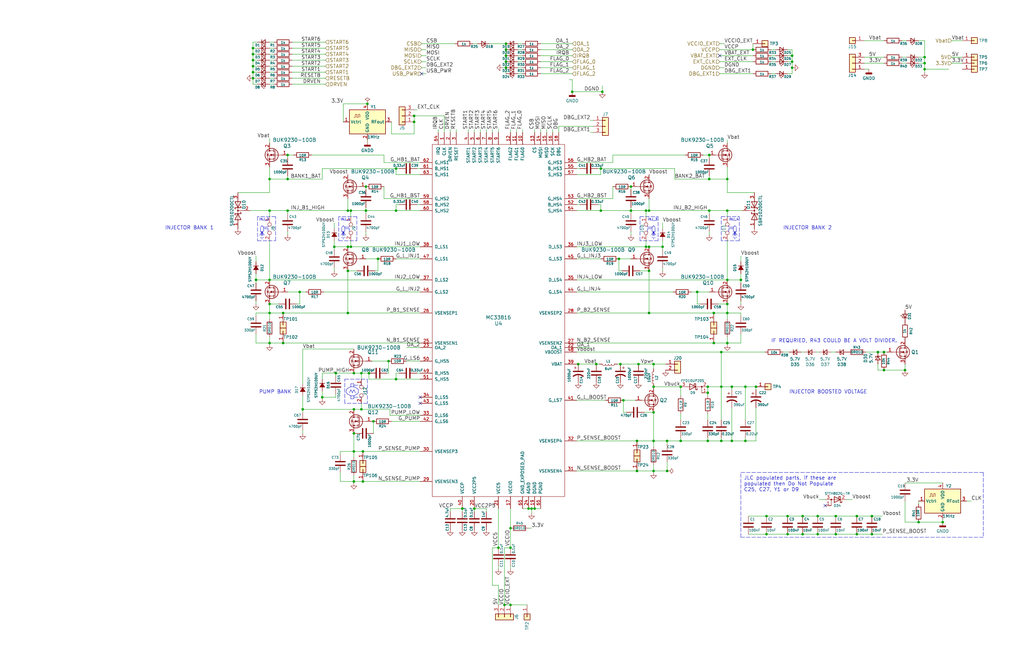
<source format=kicad_sch>
(kicad_sch (version 20210126) (generator eeschema)
  (paper "B")
  (title_block (title "Common Rail MC33816") (date "2020-11-26") (rev "0.3.3") (company "rusEFI.com"))
  (junction (at 106.68 20.32) (diameter 0.9144))
  (junction (at 106.68 22.86) (diameter 0.9144))
  (junction (at 106.68 25.4) (diameter 0.9144))
  (junction (at 106.68 27.94) (diameter 0.9144))
  (junction (at 106.68 30.48) (diameter 0.9144))
  (junction (at 106.68 33.02) (diameter 0.9144))
  (junction (at 107.95 118.11) (diameter 0.9144))
  (junction (at 113.665 75.565) (diameter 0.9144))
  (junction (at 113.665 88.9) (diameter 0.9144))
  (junction (at 113.665 118.11) (diameter 0.9144))
  (junction (at 113.665 128.27) (diameter 0.9144))
  (junction (at 113.665 132.08) (diameter 0.9144))
  (junction (at 113.665 144.78) (diameter 0.9144))
  (junction (at 119.38 132.08) (diameter 0.9144))
  (junction (at 119.38 144.78) (diameter 0.9144))
  (junction (at 121.285 65.405) (diameter 0.9144))
  (junction (at 121.285 75.565) (diameter 0.9144))
  (junction (at 121.285 88.9) (diameter 0.9144))
  (junction (at 126.365 123.19) (diameter 0.9144))
  (junction (at 127.635 172.72) (diameter 0.9144))
  (junction (at 135.89 167.64) (diameter 0.9144))
  (junction (at 140.97 104.14) (diameter 0.9144))
  (junction (at 141.605 157.48) (diameter 0.9144))
  (junction (at 146.685 88.9) (diameter 0.9144))
  (junction (at 146.685 104.14) (diameter 0.9144))
  (junction (at 146.685 114.3) (diameter 0.9144))
  (junction (at 146.685 132.08) (diameter 0.9144))
  (junction (at 147.955 88.9) (diameter 0.9144))
  (junction (at 147.955 104.14) (diameter 0.9144))
  (junction (at 149.225 157.48) (diameter 0.9144))
  (junction (at 149.225 172.72) (diameter 0.9144))
  (junction (at 149.225 182.88) (diameter 0.9144))
  (junction (at 149.225 190.5) (diameter 0.9144))
  (junction (at 149.225 203.2) (diameter 0.9144))
  (junction (at 152.4 157.48) (diameter 0.9144))
  (junction (at 152.4 172.72) (diameter 0.9144))
  (junction (at 153.035 190.5) (diameter 0.9144))
  (junction (at 153.035 203.2) (diameter 0.9144))
  (junction (at 154.305 78.74) (diameter 0.9144))
  (junction (at 154.305 88.9) (diameter 0.9144))
  (junction (at 154.94 43.815) (diameter 0.9144))
  (junction (at 155.575 157.48) (diameter 0.9144))
  (junction (at 157.48 177.8) (diameter 0.9144))
  (junction (at 159.385 109.22) (diameter 0.9144))
  (junction (at 163.83 152.4) (diameter 0.9144))
  (junction (at 167.005 71.12) (diameter 0.9144))
  (junction (at 167.005 88.9) (diameter 0.9144))
  (junction (at 167.005 160.02) (diameter 0.9144))
  (junction (at 174.625 48.895) (diameter 0.9144))
  (junction (at 174.625 51.435) (diameter 0.9144))
  (junction (at 194.945 214.63) (diameter 0.9144))
  (junction (at 200.025 214.63) (diameter 0.9144))
  (junction (at 210.185 231.14) (diameter 0.9144))
  (junction (at 212.725 255.27) (diameter 0.9144))
  (junction (at 213.36 18.415) (diameter 0.9144))
  (junction (at 213.36 20.955) (diameter 0.9144))
  (junction (at 213.36 23.495) (diameter 0.9144))
  (junction (at 213.36 26.035) (diameter 0.9144))
  (junction (at 213.36 28.575) (diameter 0.9144))
  (junction (at 215.265 222.885) (diameter 0.9144))
  (junction (at 215.265 231.14) (diameter 0.9144))
  (junction (at 215.265 255.27) (diameter 0.9144))
  (junction (at 222.885 214.63) (diameter 0.9144))
  (junction (at 224.155 214.63) (diameter 0.9144))
  (junction (at 225.425 214.63) (diameter 0.9144))
  (junction (at 241.3 38.735) (diameter 0.9144))
  (junction (at 243.84 153.67) (diameter 0.9144))
  (junction (at 251.46 153.67) (diameter 0.9144))
  (junction (at 253.365 71.12) (diameter 0.9144))
  (junction (at 253.365 88.9) (diameter 0.9144))
  (junction (at 254 38.735) (diameter 0.9144))
  (junction (at 260.985 109.22) (diameter 0.9144))
  (junction (at 261.62 153.67) (diameter 0.9144))
  (junction (at 262.89 168.91) (diameter 0.9144))
  (junction (at 266.065 78.74) (diameter 0.9144))
  (junction (at 266.065 88.9) (diameter 0.9144))
  (junction (at 268.605 186.055) (diameter 0.9144))
  (junction (at 268.605 198.755) (diameter 0.9144))
  (junction (at 269.24 153.67) (diameter 0.9144))
  (junction (at 272.415 88.9) (diameter 0.9144))
  (junction (at 272.415 104.14) (diameter 0.9144))
  (junction (at 273.685 88.9) (diameter 0.9144))
  (junction (at 273.685 104.14) (diameter 0.9144))
  (junction (at 273.685 114.3) (diameter 0.9144))
  (junction (at 273.685 132.08) (diameter 0.9144))
  (junction (at 275.59 153.67) (diameter 0.9144))
  (junction (at 275.59 163.195) (diameter 0.9144))
  (junction (at 275.59 173.99) (diameter 0.9144))
  (junction (at 275.59 186.055) (diameter 0.9144))
  (junction (at 275.59 198.755) (diameter 0.9144))
  (junction (at 279.4 104.14) (diameter 0.9144))
  (junction (at 281.305 186.055) (diameter 0.9144))
  (junction (at 281.305 198.755) (diameter 0.9144))
  (junction (at 287.02 163.195) (diameter 0.9144))
  (junction (at 287.02 186.055) (diameter 0.9144))
  (junction (at 294.005 123.19) (diameter 0.9144))
  (junction (at 298.45 163.195) (diameter 0.9144))
  (junction (at 298.45 165.735) (diameter 0.9144))
  (junction (at 298.45 186.055) (diameter 0.9144))
  (junction (at 299.085 65.405) (diameter 0.9144))
  (junction (at 299.085 75.565) (diameter 0.9144))
  (junction (at 299.085 88.9) (diameter 0.9144))
  (junction (at 300.99 132.08) (diameter 0.9144))
  (junction (at 300.99 144.78) (diameter 0.9144))
  (junction (at 304.165 148.59) (diameter 0.9144))
  (junction (at 304.165 163.195) (diameter 0.9144))
  (junction (at 304.165 186.055) (diameter 0.9144))
  (junction (at 306.705 75.565) (diameter 0.9144))
  (junction (at 306.705 88.9) (diameter 0.9144))
  (junction (at 306.705 118.11) (diameter 0.9144))
  (junction (at 306.705 128.27) (diameter 0.9144))
  (junction (at 306.705 132.08) (diameter 0.9144))
  (junction (at 306.705 144.78) (diameter 0.9144))
  (junction (at 308.61 163.195) (diameter 0.9144))
  (junction (at 308.61 186.055) (diameter 0.9144))
  (junction (at 312.42 118.11) (diameter 0.9144))
  (junction (at 314.325 163.195) (diameter 0.9144))
  (junction (at 314.325 186.055) (diameter 0.9144))
  (junction (at 317.5 20.955) (diameter 0.9144))
  (junction (at 318.77 163.195) (diameter 0.9144))
  (junction (at 323.215 217.805) (diameter 0.9144))
  (junction (at 323.215 225.425) (diameter 0.9144))
  (junction (at 332.105 217.805) (diameter 0.9144))
  (junction (at 332.105 225.425) (diameter 0.9144))
  (junction (at 334.01 23.495) (diameter 0.9144))
  (junction (at 334.01 26.035) (diameter 0.9144))
  (junction (at 334.01 28.575) (diameter 0.9144))
  (junction (at 338.455 217.805) (diameter 0.9144))
  (junction (at 338.455 225.425) (diameter 0.9144))
  (junction (at 344.805 217.805) (diameter 0.9144))
  (junction (at 344.805 225.425) (diameter 0.9144))
  (junction (at 352.425 217.805) (diameter 0.9144))
  (junction (at 352.425 225.425) (diameter 0.9144))
  (junction (at 361.315 217.805) (diameter 0.9144))
  (junction (at 361.315 225.425) (diameter 0.9144))
  (junction (at 367.665 217.805) (diameter 0.9144))
  (junction (at 367.665 225.425) (diameter 0.9144))
  (junction (at 370.205 148.59) (diameter 0.9144))
  (junction (at 372.745 148.59) (diameter 0.9144))
  (junction (at 372.745 156.21) (diameter 0.9144))
  (junction (at 381.635 156.21) (diameter 0.9144))
  (junction (at 387.35 220.345) (diameter 0.9144))
  (junction (at 389.89 24.13) (diameter 0.9144))
  (junction (at 389.89 26.67) (diameter 0.9144))
  (junction (at 389.89 29.21) (diameter 0.9144))
  (junction (at 397.51 220.345) (diameter 0.9144))
  (no_connect (at 177.165 167.64))
  (no_connect (at 177.165 170.18))
  (no_connect (at 177.8 31.115))
  (no_connect (at 303.53 23.495))
  (no_connect (at 347.98 213.36))
  (wire (pts (xy 105.41 88.9) (xy 113.665 88.9)))
  (wire (pts (xy 106.68 17.78) (xy 108.585 17.78)))
  (wire (pts (xy 106.68 20.32) (xy 106.68 17.78)))
  (wire (pts (xy 106.68 20.32) (xy 108.585 20.32)))
  (wire (pts (xy 106.68 22.86) (xy 106.68 20.32)))
  (wire (pts (xy 106.68 22.86) (xy 108.585 22.86)))
  (wire (pts (xy 106.68 25.4) (xy 106.68 22.86)))
  (wire (pts (xy 106.68 25.4) (xy 108.585 25.4)))
  (wire (pts (xy 106.68 27.94) (xy 106.68 25.4)))
  (wire (pts (xy 106.68 27.94) (xy 108.585 27.94)))
  (wire (pts (xy 106.68 30.48) (xy 106.68 27.94)))
  (wire (pts (xy 106.68 30.48) (xy 108.585 30.48)))
  (wire (pts (xy 106.68 33.02) (xy 106.68 30.48)))
  (wire (pts (xy 106.68 33.02) (xy 108.585 33.02)))
  (wire (pts (xy 106.68 35.56) (xy 106.68 33.02)))
  (wire (pts (xy 106.68 35.56) (xy 108.585 35.56)))
  (wire (pts (xy 107.95 107.95) (xy 107.95 110.49)))
  (wire (pts (xy 107.95 115.57) (xy 107.95 118.11)))
  (wire (pts (xy 107.95 118.11) (xy 107.95 119.38)))
  (wire (pts (xy 107.95 118.11) (xy 113.665 118.11)))
  (wire (pts (xy 107.95 127) (xy 107.95 128.27)))
  (wire (pts (xy 107.95 132.08) (xy 113.665 132.08)))
  (wire (pts (xy 107.95 133.35) (xy 107.95 132.08)))
  (wire (pts (xy 107.95 140.97) (xy 107.95 144.78)))
  (wire (pts (xy 107.95 144.78) (xy 113.665 144.78)))
  (wire (pts (xy 113.665 60.325) (xy 113.665 58.42)))
  (wire (pts (xy 113.665 70.485) (xy 113.665 75.565)))
  (wire (pts (xy 113.665 75.565) (xy 113.665 81.28)))
  (wire (pts (xy 113.665 75.565) (xy 121.285 75.565)))
  (wire (pts (xy 113.665 81.28) (xy 100.33 81.28)))
  (wire (pts (xy 113.665 88.9) (xy 121.285 88.9)))
  (wire (pts (xy 113.665 91.44) (xy 113.665 88.9)))
  (wire (pts (xy 113.665 101.6) (xy 113.665 118.11)))
  (wire (pts (xy 113.665 118.11) (xy 177.165 118.11)))
  (wire (pts (xy 113.665 128.27) (xy 113.665 132.08)))
  (wire (pts (xy 113.665 128.27) (xy 117.475 128.27)))
  (wire (pts (xy 113.665 132.08) (xy 113.665 134.62)))
  (wire (pts (xy 113.665 142.24) (xy 113.665 144.78)))
  (wire (pts (xy 113.665 144.78) (xy 113.665 145.415)))
  (wire (pts (xy 113.665 144.78) (xy 119.38 144.78)))
  (wire (pts (xy 115.57 17.78) (xy 113.665 17.78)))
  (wire (pts (xy 115.57 20.32) (xy 113.665 20.32)))
  (wire (pts (xy 115.57 22.86) (xy 113.665 22.86)))
  (wire (pts (xy 115.57 25.4) (xy 113.665 25.4)))
  (wire (pts (xy 115.57 27.94) (xy 113.665 27.94)))
  (wire (pts (xy 115.57 30.48) (xy 113.665 30.48)))
  (wire (pts (xy 115.57 33.02) (xy 113.665 33.02)))
  (wire (pts (xy 115.57 35.56) (xy 113.665 35.56)))
  (wire (pts (xy 119.38 132.08) (xy 113.665 132.08)))
  (wire (pts (xy 119.38 144.78) (xy 177.165 144.78)))
  (wire (pts (xy 121.285 65.405) (xy 121.285 66.675)))
  (wire (pts (xy 121.285 74.295) (xy 121.285 75.565)))
  (wire (pts (xy 121.285 75.565) (xy 135.89 75.565)))
  (wire (pts (xy 121.285 88.9) (xy 146.685 88.9)))
  (wire (pts (xy 121.285 90.17) (xy 121.285 88.9)))
  (wire (pts (xy 121.285 99.06) (xy 121.285 97.79)))
  (wire (pts (xy 121.285 123.19) (xy 126.365 123.19)))
  (wire (pts (xy 123.19 17.78) (xy 137.16 17.78)))
  (wire (pts (xy 123.19 20.32) (xy 137.16 20.32)))
  (wire (pts (xy 123.19 22.86) (xy 137.16 22.86)))
  (wire (pts (xy 123.19 25.4) (xy 137.16 25.4)))
  (wire (pts (xy 123.19 27.94) (xy 137.16 27.94)))
  (wire (pts (xy 123.19 30.48) (xy 137.16 30.48)))
  (wire (pts (xy 123.19 33.02) (xy 137.16 33.02)))
  (wire (pts (xy 123.19 35.56) (xy 137.16 35.56)))
  (wire (pts (xy 123.825 65.405) (xy 121.285 65.405)))
  (wire (pts (xy 126.365 123.19) (xy 126.365 128.27)))
  (wire (pts (xy 126.365 123.19) (xy 128.905 123.19)))
  (wire (pts (xy 126.365 128.27) (xy 125.095 128.27)))
  (wire (pts (xy 127.635 147.32) (xy 127.635 161.925)))
  (wire (pts (xy 127.635 147.32) (xy 149.225 147.32)))
  (wire (pts (xy 127.635 167.005) (xy 127.635 172.72)))
  (wire (pts (xy 127.635 172.72) (xy 127.635 173.99)))
  (wire (pts (xy 127.635 182.88) (xy 127.635 181.61)))
  (wire (pts (xy 135.89 71.12) (xy 167.005 71.12)))
  (wire (pts (xy 135.89 75.565) (xy 135.89 71.12)))
  (wire (pts (xy 135.89 157.48) (xy 135.89 160.02)))
  (wire (pts (xy 135.89 157.48) (xy 141.605 157.48)))
  (wire (pts (xy 135.89 165.1) (xy 135.89 167.64)))
  (wire (pts (xy 135.89 167.64) (xy 135.89 168.275)))
  (wire (pts (xy 136.525 123.19) (xy 177.165 123.19)))
  (wire (pts (xy 140.97 93.98) (xy 140.97 96.52)))
  (wire (pts (xy 140.97 101.6) (xy 140.97 104.14)))
  (wire (pts (xy 140.97 104.14) (xy 140.97 105.41)))
  (wire (pts (xy 140.97 113.03) (xy 140.97 114.3)))
  (wire (pts (xy 141.605 157.48) (xy 141.605 158.75)))
  (wire (pts (xy 141.605 157.48) (xy 149.225 157.48)))
  (wire (pts (xy 141.605 166.37) (xy 141.605 167.64)))
  (wire (pts (xy 141.605 167.64) (xy 135.89 167.64)))
  (wire (pts (xy 143.51 190.5) (xy 149.225 190.5)))
  (wire (pts (xy 143.51 191.77) (xy 143.51 190.5)))
  (wire (pts (xy 143.51 199.39) (xy 143.51 203.2)))
  (wire (pts (xy 143.51 203.2) (xy 149.225 203.2)))
  (wire (pts (xy 144.78 43.815) (xy 144.78 51.435)))
  (wire (pts (xy 146.685 83.82) (xy 146.685 88.9)))
  (wire (pts (xy 146.685 88.9) (xy 147.955 88.9)))
  (wire (pts (xy 146.685 104.14) (xy 140.97 104.14)))
  (wire (pts (xy 146.685 114.3) (xy 150.495 114.3)))
  (wire (pts (xy 146.685 132.08) (xy 119.38 132.08)))
  (wire (pts (xy 146.685 132.08) (xy 146.685 114.3)))
  (wire (pts (xy 146.685 132.08) (xy 177.165 132.08)))
  (wire (pts (xy 147.955 88.9) (xy 154.305 88.9)))
  (wire (pts (xy 147.955 91.44) (xy 147.955 88.9)))
  (wire (pts (xy 147.955 101.6) (xy 147.955 104.14)))
  (wire (pts (xy 147.955 104.14) (xy 146.685 104.14)))
  (wire (pts (xy 147.955 104.14) (xy 177.165 104.14)))
  (wire (pts (xy 149.225 157.48) (xy 152.4 157.48)))
  (wire (pts (xy 149.225 172.72) (xy 127.635 172.72)))
  (wire (pts (xy 149.225 182.88) (xy 149.225 190.5)))
  (wire (pts (xy 149.225 182.88) (xy 149.86 182.88)))
  (wire (pts (xy 149.225 190.5) (xy 149.225 193.04)))
  (wire (pts (xy 149.225 190.5) (xy 153.035 190.5)))
  (wire (pts (xy 149.225 200.66) (xy 149.225 203.2)))
  (wire (pts (xy 149.225 203.2) (xy 149.225 203.835)))
  (wire (pts (xy 149.225 203.2) (xy 153.035 203.2)))
  (wire (pts (xy 152.4 157.48) (xy 155.575 157.48)))
  (wire (pts (xy 152.4 160.02) (xy 152.4 157.48)))
  (wire (pts (xy 152.4 170.18) (xy 152.4 172.72)))
  (wire (pts (xy 152.4 172.72) (xy 149.225 172.72)))
  (wire (pts (xy 152.4 172.72) (xy 164.465 172.72)))
  (wire (pts (xy 153.035 190.5) (xy 177.165 190.5)))
  (wire (pts (xy 153.035 203.2) (xy 177.165 203.2)))
  (wire (pts (xy 154.305 78.74) (xy 154.305 80.01)))
  (wire (pts (xy 154.305 87.63) (xy 154.305 88.9)))
  (wire (pts (xy 154.305 88.9) (xy 154.305 90.17)))
  (wire (pts (xy 154.305 88.9) (xy 167.005 88.9)))
  (wire (pts (xy 154.305 97.79) (xy 154.305 99.06)))
  (wire (pts (xy 154.94 43.815) (xy 144.78 43.815)))
  (wire (pts (xy 154.94 59.69) (xy 154.94 59.055)))
  (wire (pts (xy 155.575 157.48) (xy 155.575 160.02)))
  (wire (pts (xy 155.575 160.02) (xy 167.005 160.02)))
  (wire (pts (xy 156.845 152.4) (xy 163.83 152.4)))
  (wire (pts (xy 156.845 177.8) (xy 157.48 177.8)))
  (wire (pts (xy 157.48 177.8) (xy 157.48 182.88)))
  (wire (pts (xy 159.385 109.22) (xy 154.305 109.22)))
  (wire (pts (xy 159.385 109.22) (xy 159.385 114.3)))
  (wire (pts (xy 159.385 114.3) (xy 158.115 114.3)))
  (wire (pts (xy 161.925 65.405) (xy 131.445 65.405)))
  (wire (pts (xy 161.925 68.58) (xy 161.925 65.405)))
  (wire (pts (xy 161.925 78.74) (xy 161.925 83.82)))
  (wire (pts (xy 161.925 83.82) (xy 177.165 83.82)))
  (wire (pts (xy 163.83 152.4) (xy 163.83 157.48)))
  (wire (pts (xy 163.83 157.48) (xy 163.195 157.48)))
  (wire (pts (xy 164.465 172.72) (xy 164.465 175.26)))
  (wire (pts (xy 164.465 175.26) (xy 177.165 175.26)))
  (wire (pts (xy 165.1 51.435) (xy 165.1 56.515)))
  (wire (pts (xy 165.1 177.8) (xy 177.165 177.8)))
  (wire (pts (xy 167.005 71.12) (xy 167.005 73.66)))
  (wire (pts (xy 167.005 71.12) (xy 168.275 71.12)))
  (wire (pts (xy 167.005 73.66) (xy 177.165 73.66)))
  (wire (pts (xy 167.005 86.36) (xy 167.005 88.9)))
  (wire (pts (xy 167.005 86.36) (xy 168.275 86.36)))
  (wire (pts (xy 167.005 88.9) (xy 177.165 88.9)))
  (wire (pts (xy 167.005 109.22) (xy 177.165 109.22)))
  (wire (pts (xy 167.005 157.48) (xy 167.005 160.02)))
  (wire (pts (xy 167.005 157.48) (xy 168.275 157.48)))
  (wire (pts (xy 167.005 160.02) (xy 177.165 160.02)))
  (wire (pts (xy 171.45 152.4) (xy 177.165 152.4)))
  (wire (pts (xy 174.625 46.355) (xy 175.895 46.355)))
  (wire (pts (xy 174.625 51.435) (xy 174.625 48.895)))
  (wire (pts (xy 174.625 56.515) (xy 165.1 56.515)))
  (wire (pts (xy 174.625 56.515) (xy 174.625 51.435)))
  (wire (pts (xy 175.895 86.36) (xy 177.165 86.36)))
  (wire (pts (xy 175.895 157.48) (xy 177.165 157.48)))
  (wire (pts (xy 177.165 68.58) (xy 161.925 68.58)))
  (wire (pts (xy 177.165 71.12) (xy 175.895 71.12)))
  (wire (pts (xy 177.165 146.685) (xy 171.45 146.685)))
  (wire (pts (xy 177.8 18.415) (xy 191.77 18.415)))
  (wire (pts (xy 177.8 20.955) (xy 179.705 20.955)))
  (wire (pts (xy 177.8 23.495) (xy 179.705 23.495)))
  (wire (pts (xy 177.8 26.035) (xy 179.705 26.035)))
  (wire (pts (xy 177.8 28.575) (xy 179.705 28.575)))
  (wire (pts (xy 177.8 31.115) (xy 179.705 31.115)))
  (wire (pts (xy 184.785 54.61) (xy 184.785 55.88)))
  (wire (pts (xy 187.325 48.895) (xy 174.625 48.895)))
  (wire (pts (xy 187.325 55.88) (xy 187.325 48.895)))
  (wire (pts (xy 189.865 54.61) (xy 189.865 55.88)))
  (wire (pts (xy 189.865 214.63) (xy 189.865 215.9)))
  (wire (pts (xy 192.405 54.61) (xy 192.405 55.88)))
  (wire (pts (xy 194.945 214.63) (xy 189.865 214.63)))
  (wire (pts (xy 194.945 215.9) (xy 194.945 214.63)))
  (wire (pts (xy 197.485 54.61) (xy 197.485 55.88)))
  (wire (pts (xy 199.39 18.415) (xy 201.295 18.415)))
  (wire (pts (xy 200.025 54.61) (xy 200.025 55.88)))
  (wire (pts (xy 200.025 214.63) (xy 200.025 215.9)))
  (wire (pts (xy 202.565 54.61) (xy 202.565 55.88)))
  (wire (pts (xy 205.105 54.61) (xy 205.105 55.88)))
  (wire (pts (xy 205.105 214.63) (xy 200.025 214.63)))
  (wire (pts (xy 205.105 215.9) (xy 205.105 214.63)))
  (wire (pts (xy 207.645 54.61) (xy 207.645 55.88)))
  (wire (pts (xy 207.645 231.14) (xy 210.185 231.14)))
  (wire (pts (xy 207.645 247.015) (xy 207.645 231.14)))
  (wire (pts (xy 210.185 54.61) (xy 210.185 55.88)))
  (wire (pts (xy 210.185 231.14) (xy 210.185 214.63)))
  (wire (pts (xy 210.185 238.76) (xy 210.185 240.03)))
  (wire (pts (xy 210.185 247.015) (xy 207.645 247.015)))
  (wire (pts (xy 210.185 255.27) (xy 210.185 247.015)))
  (wire (pts (xy 212.09 28.575) (xy 213.36 28.575)))
  (wire (pts (xy 212.725 231.14) (xy 212.725 255.27)))
  (wire (pts (xy 212.725 231.14) (xy 215.265 231.14)))
  (wire (pts (xy 212.725 255.27) (xy 215.265 255.27)))
  (wire (pts (xy 213.36 18.415) (xy 206.375 18.415)))
  (wire (pts (xy 213.36 18.415) (xy 213.36 20.955)))
  (wire (pts (xy 213.36 20.955) (xy 213.36 23.495)))
  (wire (pts (xy 213.36 23.495) (xy 213.36 26.035)))
  (wire (pts (xy 213.36 26.035) (xy 213.36 28.575)))
  (wire (pts (xy 213.36 28.575) (xy 213.36 31.115)))
  (wire (pts (xy 215.265 54.61) (xy 215.265 55.88)))
  (wire (pts (xy 215.265 222.885) (xy 215.265 214.63)))
  (wire (pts (xy 215.265 231.14) (xy 215.265 222.885)))
  (wire (pts (xy 215.265 238.76) (xy 215.265 240.03)))
  (wire (pts (xy 215.265 255.27) (xy 222.25 255.27)))
  (wire (pts (xy 217.805 54.61) (xy 217.805 55.88)))
  (wire (pts (xy 220.345 18.415) (xy 218.44 18.415)))
  (wire (pts (xy 220.345 20.955) (xy 218.44 20.955)))
  (wire (pts (xy 220.345 23.495) (xy 218.44 23.495)))
  (wire (pts (xy 220.345 26.035) (xy 218.44 26.035)))
  (wire (pts (xy 220.345 28.575) (xy 218.44 28.575)))
  (wire (pts (xy 220.345 31.115) (xy 218.44 31.115)))
  (wire (pts (xy 220.345 54.61) (xy 220.345 55.88)))
  (wire (pts (xy 220.345 214.63) (xy 222.885 214.63)))
  (wire (pts (xy 222.885 214.63) (xy 224.155 214.63)))
  (wire (pts (xy 224.155 214.63) (xy 224.155 216.535)))
  (wire (pts (xy 224.155 214.63) (xy 225.425 214.63)))
  (wire (pts (xy 224.155 222.885) (xy 222.885 222.885)))
  (wire (pts (xy 225.425 54.61) (xy 225.425 55.88)))
  (wire (pts (xy 225.425 214.63) (xy 227.965 214.63)))
  (wire (pts (xy 227.965 18.415) (xy 241.3 18.415)))
  (wire (pts (xy 227.965 20.955) (xy 241.3 20.955)))
  (wire (pts (xy 227.965 23.495) (xy 241.3 23.495)))
  (wire (pts (xy 227.965 26.035) (xy 241.3 26.035)))
  (wire (pts (xy 227.965 28.575) (xy 241.3 28.575)))
  (wire (pts (xy 227.965 31.115) (xy 241.3 31.115)))
  (wire (pts (xy 227.965 54.61) (xy 227.965 55.88)))
  (wire (pts (xy 230.505 54.61) (xy 230.505 55.88)))
  (wire (pts (xy 233.045 54.61) (xy 233.045 55.88)))
  (wire (pts (xy 235.585 53.34) (xy 250.19 53.34)))
  (wire (pts (xy 235.585 55.88) (xy 235.585 53.34)))
  (wire (pts (xy 240.03 33.655) (xy 241.3 33.655)))
  (wire (pts (xy 241.3 33.655) (xy 241.3 38.735)))
  (wire (pts (xy 243.205 68.58) (xy 258.445 68.58)))
  (wire (pts (xy 243.205 83.82) (xy 258.445 83.82)))
  (wire (pts (xy 243.205 86.36) (xy 244.475 86.36)))
  (wire (pts (xy 243.205 88.9) (xy 253.365 88.9)))
  (wire (pts (xy 243.205 104.14) (xy 272.415 104.14)))
  (wire (pts (xy 243.205 109.22) (xy 253.365 109.22)))
  (wire (pts (xy 243.205 118.11) (xy 306.705 118.11)))
  (wire (pts (xy 243.205 123.19) (xy 283.845 123.19)))
  (wire (pts (xy 243.205 132.08) (xy 273.685 132.08)))
  (wire (pts (xy 243.205 168.91) (xy 255.27 168.91)))
  (wire (pts (xy 243.84 153.67) (xy 243.205 153.67)))
  (wire (pts (xy 244.475 71.12) (xy 243.205 71.12)))
  (wire (pts (xy 248.92 50.8) (xy 250.19 50.8)))
  (wire (pts (xy 248.92 55.88) (xy 250.19 55.88)))
  (wire (pts (xy 248.92 146.685) (xy 243.205 146.685)))
  (wire (pts (xy 251.46 153.67) (xy 243.84 153.67)))
  (wire (pts (xy 252.095 71.12) (xy 253.365 71.12)))
  (wire (pts (xy 252.095 86.36) (xy 253.365 86.36)))
  (wire (pts (xy 252.73 153.67) (xy 251.46 153.67)))
  (wire (pts (xy 253.365 71.12) (xy 253.365 73.66)))
  (wire (pts (xy 253.365 71.12) (xy 284.48 71.12)))
  (wire (pts (xy 253.365 73.66) (xy 243.205 73.66)))
  (wire (pts (xy 253.365 86.36) (xy 253.365 88.9)))
  (wire (pts (xy 253.365 88.9) (xy 266.065 88.9)))
  (wire (pts (xy 254 36.195) (xy 254 38.735)))
  (wire (pts (xy 254 38.735) (xy 241.3 38.735)))
  (wire (pts (xy 258.445 65.405) (xy 288.925 65.405)))
  (wire (pts (xy 258.445 68.58) (xy 258.445 65.405)))
  (wire (pts (xy 258.445 83.82) (xy 258.445 78.74)))
  (wire (pts (xy 260.985 109.22) (xy 260.985 114.3)))
  (wire (pts (xy 260.985 109.22) (xy 266.065 109.22)))
  (wire (pts (xy 260.985 114.3) (xy 262.255 114.3)))
  (wire (pts (xy 261.62 153.67) (xy 260.35 153.67)))
  (wire (pts (xy 262.89 168.91) (xy 262.89 173.99)))
  (wire (pts (xy 262.89 168.91) (xy 267.97 168.91)))
  (wire (pts (xy 262.89 173.99) (xy 264.16 173.99)))
  (wire (pts (xy 266.065 78.74) (xy 266.065 80.01)))
  (wire (pts (xy 266.065 87.63) (xy 266.065 88.9)))
  (wire (pts (xy 266.065 88.9) (xy 266.065 90.17)))
  (wire (pts (xy 266.065 88.9) (xy 272.415 88.9)))
  (wire (pts (xy 266.065 99.06) (xy 266.065 97.79)))
  (wire (pts (xy 268.605 186.055) (xy 243.205 186.055)))
  (wire (pts (xy 268.605 198.755) (xy 243.205 198.755)))
  (wire (pts (xy 269.24 153.67) (xy 261.62 153.67)))
  (wire (pts (xy 269.875 114.3) (xy 273.685 114.3)))
  (wire (pts (xy 271.78 173.99) (xy 275.59 173.99)))
  (wire (pts (xy 272.415 88.9) (xy 273.685 88.9)))
  (wire (pts (xy 272.415 91.44) (xy 272.415 88.9)))
  (wire (pts (xy 272.415 101.6) (xy 272.415 104.14)))
  (wire (pts (xy 272.415 104.14) (xy 273.685 104.14)))
  (wire (pts (xy 273.685 83.82) (xy 273.685 88.9)))
  (wire (pts (xy 273.685 88.9) (xy 299.085 88.9)))
  (wire (pts (xy 273.685 104.14) (xy 279.4 104.14)))
  (wire (pts (xy 273.685 114.3) (xy 273.685 132.08)))
  (wire (pts (xy 275.59 153.67) (xy 269.24 153.67)))
  (wire (pts (xy 275.59 153.67) (xy 275.59 155.575)))
  (wire (pts (xy 275.59 153.67) (xy 280.67 153.67)))
  (wire (pts (xy 275.59 163.195) (xy 287.02 163.195)))
  (wire (pts (xy 275.59 163.83) (xy 275.59 163.195)))
  (wire (pts (xy 275.59 173.99) (xy 275.59 186.055)))
  (wire (pts (xy 275.59 186.055) (xy 268.605 186.055)))
  (wire (pts (xy 275.59 186.055) (xy 275.59 188.595)))
  (wire (pts (xy 275.59 186.055) (xy 281.305 186.055)))
  (wire (pts (xy 275.59 196.215) (xy 275.59 198.755)))
  (wire (pts (xy 275.59 198.755) (xy 268.605 198.755)))
  (wire (pts (xy 275.59 198.755) (xy 275.59 199.39)))
  (wire (pts (xy 275.59 198.755) (xy 281.305 198.755)))
  (wire (pts (xy 279.4 93.98) (xy 279.4 96.52)))
  (wire (pts (xy 279.4 101.6) (xy 279.4 104.14)))
  (wire (pts (xy 279.4 104.14) (xy 279.4 105.41)))
  (wire (pts (xy 279.4 113.03) (xy 279.4 114.3)))
  (wire (pts (xy 281.305 186.055) (xy 287.02 186.055)))
  (wire (pts (xy 281.305 187.325) (xy 281.305 186.055)))
  (wire (pts (xy 281.305 198.755) (xy 281.305 194.945)))
  (wire (pts (xy 284.48 71.12) (xy 284.48 75.565)))
  (wire (pts (xy 284.48 75.565) (xy 299.085 75.565)))
  (wire (pts (xy 287.02 163.195) (xy 287.02 167.005)))
  (wire (pts (xy 287.02 174.625) (xy 287.02 177.165)))
  (wire (pts (xy 287.02 184.785) (xy 287.02 186.055)))
  (wire (pts (xy 287.02 186.055) (xy 298.45 186.055)))
  (wire (pts (xy 291.465 123.19) (xy 294.005 123.19)))
  (wire (pts (xy 294.005 123.19) (xy 294.005 128.27)))
  (wire (pts (xy 294.005 123.19) (xy 299.085 123.19)))
  (wire (pts (xy 294.005 128.27) (xy 295.275 128.27)))
  (wire (pts (xy 298.45 163.195) (xy 304.165 163.195)))
  (wire (pts (xy 298.45 165.735) (xy 298.45 163.195)))
  (wire (pts (xy 298.45 167.005) (xy 298.45 165.735)))
  (wire (pts (xy 298.45 174.625) (xy 298.45 177.165)))
  (wire (pts (xy 298.45 184.785) (xy 298.45 186.055)))
  (wire (pts (xy 298.45 186.055) (xy 304.165 186.055)))
  (wire (pts (xy 299.085 65.405) (xy 296.545 65.405)))
  (wire (pts (xy 299.085 66.675) (xy 299.085 65.405)))
  (wire (pts (xy 299.085 74.295) (xy 299.085 75.565)))
  (wire (pts (xy 299.085 75.565) (xy 306.705 75.565)))
  (wire (pts (xy 299.085 88.9) (xy 299.085 90.17)))
  (wire (pts (xy 299.085 88.9) (xy 306.705 88.9)))
  (wire (pts (xy 299.085 99.06) (xy 299.085 97.79)))
  (wire (pts (xy 300.99 132.08) (xy 273.685 132.08)))
  (wire (pts (xy 300.99 144.78) (xy 243.205 144.78)))
  (wire (pts (xy 302.895 128.27) (xy 306.705 128.27)))
  (wire (pts (xy 303.53 18.415) (xy 305.435 18.415)))
  (wire (pts (xy 303.53 20.955) (xy 317.5 20.955)))
  (wire (pts (xy 303.53 23.495) (xy 317.5 23.495)))
  (wire (pts (xy 303.53 26.035) (xy 317.5 26.035)))
  (wire (pts (xy 303.53 28.575) (xy 305.435 28.575)))
  (wire (pts (xy 303.53 31.115) (xy 317.5 31.115)))
  (wire (pts (xy 304.165 148.59) (xy 243.205 148.59)))
  (wire (pts (xy 304.165 148.59) (xy 304.165 163.195)))
  (wire (pts (xy 304.165 148.59) (xy 322.58 148.59)))
  (wire (pts (xy 304.165 163.195) (xy 304.165 177.165)))
  (wire (pts (xy 304.165 163.195) (xy 308.61 163.195)))
  (wire (pts (xy 304.165 184.785) (xy 304.165 186.055)))
  (wire (pts (xy 304.165 186.055) (xy 308.61 186.055)))
  (wire (pts (xy 306.705 59.055) (xy 306.705 60.325)))
  (wire (pts (xy 306.705 70.485) (xy 306.705 75.565)))
  (wire (pts (xy 306.705 75.565) (xy 306.705 81.28)))
  (wire (pts (xy 306.705 81.28) (xy 318.135 81.28)))
  (wire (pts (xy 306.705 88.9) (xy 306.705 91.44)))
  (wire (pts (xy 306.705 88.9) (xy 313.055 88.9)))
  (wire (pts (xy 306.705 101.6) (xy 306.705 118.11)))
  (wire (pts (xy 306.705 118.11) (xy 312.42 118.11)))
  (wire (pts (xy 306.705 128.27) (xy 306.705 132.08)))
  (wire (pts (xy 306.705 132.08) (xy 300.99 132.08)))
  (wire (pts (xy 306.705 132.08) (xy 306.705 134.62)))
  (wire (pts (xy 306.705 132.08) (xy 312.42 132.08)))
  (wire (pts (xy 306.705 142.24) (xy 306.705 144.78)))
  (wire (pts (xy 306.705 144.78) (xy 300.99 144.78)))
  (wire (pts (xy 306.705 144.78) (xy 306.705 145.415)))
  (wire (pts (xy 306.705 144.78) (xy 312.42 144.78)))
  (wire (pts (xy 308.61 163.195) (xy 308.61 164.465)))
  (wire (pts (xy 308.61 163.195) (xy 314.325 163.195)))
  (wire (pts (xy 308.61 172.085) (xy 308.61 186.055)))
  (wire (pts (xy 308.61 186.055) (xy 314.325 186.055)))
  (wire (pts (xy 312.42 107.95) (xy 312.42 110.49)))
  (wire (pts (xy 312.42 115.57) (xy 312.42 118.11)))
  (wire (pts (xy 312.42 118.11) (xy 312.42 119.38)))
  (wire (pts (xy 312.42 128.27) (xy 312.42 127)))
  (wire (pts (xy 312.42 132.08) (xy 312.42 133.35)))
  (wire (pts (xy 312.42 144.78) (xy 312.42 140.97)))
  (wire (pts (xy 314.325 163.195) (xy 314.325 177.165)))
  (wire (pts (xy 314.325 163.195) (xy 318.77 163.195)))
  (wire (pts (xy 314.325 184.785) (xy 314.325 186.055)))
  (wire (pts (xy 314.325 186.055) (xy 318.77 186.055)))
  (wire (pts (xy 317.5 18.415) (xy 317.5 20.955)))
  (wire (pts (xy 318.77 163.195) (xy 318.77 164.465)))
  (wire (pts (xy 318.77 186.055) (xy 318.77 172.085)))
  (wire (pts (xy 323.215 217.805) (xy 315.595 217.805)))
  (wire (pts (xy 323.215 225.425) (xy 315.595 225.425)))
  (wire (pts (xy 323.215 225.425) (xy 332.105 225.425)))
  (wire (pts (xy 325.12 20.955) (xy 327.025 20.955)))
  (wire (pts (xy 325.12 23.495) (xy 327.025 23.495)))
  (wire (pts (xy 325.12 26.035) (xy 327.025 26.035)))
  (wire (pts (xy 325.12 31.115) (xy 327.025 31.115)))
  (wire (pts (xy 330.2 148.59) (xy 332.74 148.59)))
  (wire (pts (xy 332.105 217.805) (xy 323.215 217.805)))
  (wire (pts (xy 334.01 20.955) (xy 332.105 20.955)))
  (wire (pts (xy 334.01 23.495) (xy 332.105 23.495)))
  (wire (pts (xy 334.01 23.495) (xy 334.01 20.955)))
  (wire (pts (xy 334.01 26.035) (xy 332.105 26.035)))
  (wire (pts (xy 334.01 26.035) (xy 334.01 23.495)))
  (wire (pts (xy 334.01 28.575) (xy 334.01 26.035)))
  (wire (pts (xy 334.01 31.115) (xy 332.105 31.115)))
  (wire (pts (xy 334.01 31.115) (xy 334.01 28.575)))
  (wire (pts (xy 337.82 148.59) (xy 339.09 148.59)))
  (wire (pts (xy 338.455 217.805) (xy 332.105 217.805)))
  (wire (pts (xy 338.455 217.805) (xy 344.805 217.805)))
  (wire (pts (xy 338.455 225.425) (xy 332.105 225.425)))
  (wire (pts (xy 338.455 225.425) (xy 344.805 225.425)))
  (wire (pts (xy 344.17 148.59) (xy 345.44 148.59)))
  (wire (pts (xy 345.44 210.82) (xy 347.98 210.82)))
  (wire (pts (xy 350.52 148.59) (xy 352.425 148.59)))
  (wire (pts (xy 352.425 217.805) (xy 344.805 217.805)))
  (wire (pts (xy 352.425 225.425) (xy 344.805 225.425)))
  (wire (pts (xy 352.425 225.425) (xy 361.315 225.425)))
  (wire (pts (xy 356.87 210.82) (xy 359.41 210.82)))
  (wire (pts (xy 361.315 217.805) (xy 352.425 217.805)))
  (wire (pts (xy 364.49 17.145) (xy 372.745 17.145)))
  (wire (pts (xy 364.49 24.13) (xy 372.745 24.13)))
  (wire (pts (xy 364.49 26.67) (xy 372.745 26.67)))
  (wire (pts (xy 364.49 29.21) (xy 366.395 29.21)))
  (wire (pts (xy 365.125 148.59) (xy 370.205 148.59)))
  (wire (pts (xy 367.665 217.805) (xy 361.315 217.805)))
  (wire (pts (xy 367.665 217.805) (xy 372.11 217.805)))
  (wire (pts (xy 367.665 225.425) (xy 361.315 225.425)))
  (wire (pts (xy 370.205 156.21) (xy 370.205 153.67)))
  (wire (pts (xy 372.11 225.425) (xy 367.665 225.425)))
  (wire (pts (xy 372.745 148.59) (xy 370.205 148.59)))
  (wire (pts (xy 372.745 156.21) (xy 370.205 156.21)))
  (wire (pts (xy 374.015 148.59) (xy 372.745 148.59)))
  (wire (pts (xy 380.365 17.145) (xy 382.27 17.145)))
  (wire (pts (xy 380.365 24.13) (xy 382.27 24.13)))
  (wire (pts (xy 380.365 26.67) (xy 382.27 26.67)))
  (wire (pts (xy 381.635 153.67) (xy 381.635 156.21)))
  (wire (pts (xy 381.635 156.21) (xy 372.745 156.21)))
  (wire (pts (xy 381.635 203.835) (xy 397.51 203.835)))
  (wire (pts (xy 381.635 220.345) (xy 381.635 211.455)))
  (wire (pts (xy 387.35 17.145) (xy 389.89 17.145)))
  (wire (pts (xy 387.35 24.13) (xy 389.89 24.13)))
  (wire (pts (xy 387.35 26.67) (xy 389.89 26.67)))
  (wire (pts (xy 387.35 212.725) (xy 387.35 211.455)))
  (wire (pts (xy 387.35 220.345) (xy 381.635 220.345)))
  (wire (pts (xy 387.35 220.345) (xy 397.51 220.345)))
  (wire (pts (xy 389.89 17.145) (xy 389.89 24.13)))
  (wire (pts (xy 389.89 24.13) (xy 389.89 26.67)))
  (wire (pts (xy 389.89 26.67) (xy 389.89 29.21)))
  (wire (pts (xy 389.89 29.21) (xy 389.89 30.48)))
  (wire (pts (xy 397.51 219.075) (xy 397.51 220.345)))
  (wire (pts (xy 400.05 29.21) (xy 389.89 29.21)))
  (wire (pts (xy 401.32 17.145) (xy 405.765 17.145)))
  (wire (pts (xy 401.32 24.13) (xy 405.765 24.13)))
  (wire (pts (xy 401.32 26.67) (xy 405.765 26.67)))
  (wire (pts (xy 407.67 211.455) (xy 409.575 211.455)))
  (polyline (pts (xy 108.585 91.44) (xy 108.585 101.6)) (stroke (width 0) (type dash)))
  (polyline (pts (xy 108.585 101.6) (xy 116.205 101.6)) (stroke (width 0) (type dash)))
  (polyline (pts (xy 109.855 95.885) (xy 110.49 95.25)) (stroke (width 0) (type dash)))
  (polyline (pts (xy 109.855 97.79) (xy 109.855 95.885)) (stroke (width 0) (type dash)))
  (polyline (pts (xy 110.49 95.25) (xy 111.125 95.885)) (stroke (width 0) (type dash)))
  (polyline (pts (xy 110.49 97.79) (xy 109.22 99.695)) (stroke (width 0) (type dash)))
  (polyline (pts (xy 110.49 97.79) (xy 109.855 100.33)) (stroke (width 0) (type dash)))
  (polyline (pts (xy 110.49 97.79) (xy 110.49 100.965)) (stroke (width 0) (type dash)))
  (polyline (pts (xy 110.49 97.79) (xy 111.125 100.33)) (stroke (width 0) (type dash)))
  (polyline (pts (xy 110.49 97.79) (xy 111.76 99.695)) (stroke (width 0) (type dash)))
  (polyline (pts (xy 111.125 95.885) (xy 111.125 97.79)) (stroke (width 0) (type dash)))
  (polyline (pts (xy 111.125 95.885) (xy 113.03 95.885)) (stroke (width 0) (type dash)))
  (polyline (pts (xy 111.125 97.79) (xy 109.855 97.79)) (stroke (width 0) (type dash)))
  (polyline (pts (xy 113.03 95.885) (xy 113.03 95.25)) (stroke (width 0) (type dash)))
  (polyline (pts (xy 113.03 96.52) (xy 111.125 96.52)) (stroke (width 0) (type dash)))
  (polyline (pts (xy 113.03 96.52) (xy 113.03 97.79)) (stroke (width 0) (type dash)))
  (polyline (pts (xy 116.205 91.44) (xy 108.585 91.44)) (stroke (width 0) (type dash)))
  (polyline (pts (xy 116.205 101.6) (xy 116.205 91.44)) (stroke (width 0) (type dash)))
  (polyline (pts (xy 142.875 91.44) (xy 142.875 101.6)) (stroke (width 0) (type dash)))
  (polyline (pts (xy 142.875 101.6) (xy 150.495 101.6)) (stroke (width 0) (type dash)))
  (polyline (pts (xy 144.145 95.885) (xy 144.78 95.25)) (stroke (width 0) (type dash)))
  (polyline (pts (xy 144.145 97.79) (xy 144.145 95.885)) (stroke (width 0) (type dash)))
  (polyline (pts (xy 144.78 95.25) (xy 145.415 95.885)) (stroke (width 0) (type dash)))
  (polyline (pts (xy 144.78 97.79) (xy 143.51 99.695)) (stroke (width 0) (type dash)))
  (polyline (pts (xy 144.78 97.79) (xy 144.145 100.33)) (stroke (width 0) (type dash)))
  (polyline (pts (xy 144.78 97.79) (xy 144.78 100.965)) (stroke (width 0) (type dash)))
  (polyline (pts (xy 144.78 97.79) (xy 145.415 100.33)) (stroke (width 0) (type dash)))
  (polyline (pts (xy 144.78 97.79) (xy 146.05 99.695)) (stroke (width 0) (type dash)))
  (polyline (pts (xy 145.415 95.885) (xy 145.415 97.79)) (stroke (width 0) (type dash)))
  (polyline (pts (xy 145.415 95.885) (xy 147.32 95.885)) (stroke (width 0) (type dash)))
  (polyline (pts (xy 145.415 97.79) (xy 144.145 97.79)) (stroke (width 0) (type dash)))
  (polyline (pts (xy 145.415 160.02) (xy 154.94 160.02)) (stroke (width 0) (type dash)))
  (polyline (pts (xy 145.415 170.18) (xy 145.415 160.02)) (stroke (width 0) (type dash)))
  (polyline (pts (xy 146.05 164.465) (xy 146.685 163.83)) (stroke (width 0) (type dash)))
  (polyline (pts (xy 146.05 165.735) (xy 146.05 164.465)) (stroke (width 0) (type dash)))
  (polyline (pts (xy 146.685 163.83) (xy 147.955 163.195)) (stroke (width 0) (type dash)))
  (polyline (pts (xy 146.685 166.37) (xy 146.05 165.735)) (stroke (width 0) (type dash)))
  (polyline (pts (xy 147.32 95.885) (xy 147.32 95.25)) (stroke (width 0) (type dash)))
  (polyline (pts (xy 147.32 96.52) (xy 145.415 96.52)) (stroke (width 0) (type dash)))
  (polyline (pts (xy 147.32 96.52) (xy 147.32 97.79)) (stroke (width 0) (type dash)))
  (polyline (pts (xy 147.32 165.735) (xy 147.955 164.465)) (stroke (width 0) (type dash)))
  (polyline (pts (xy 147.955 161.925) (xy 147.955 163.195)) (stroke (width 0) (type dash)))
  (polyline (pts (xy 147.955 161.925) (xy 149.225 161.925)) (stroke (width 0) (type dash)))
  (polyline (pts (xy 147.955 163.195) (xy 149.225 163.195)) (stroke (width 0) (type dash)))
  (polyline (pts (xy 147.955 164.465) (xy 148.59 165.735)) (stroke (width 0) (type dash)))
  (polyline (pts (xy 147.955 167.005) (xy 146.685 166.37)) (stroke (width 0) (type dash)))
  (polyline (pts (xy 147.955 167.005) (xy 149.225 167.005)) (stroke (width 0) (type dash)))
  (polyline (pts (xy 147.955 168.275) (xy 147.955 167.005)) (stroke (width 0) (type dash)))
  (polyline (pts (xy 147.955 168.275) (xy 149.225 168.275)) (stroke (width 0) (type dash)))
  (polyline (pts (xy 148.59 165.735) (xy 149.225 164.465)) (stroke (width 0) (type dash)))
  (polyline (pts (xy 149.225 162.56) (xy 152.4 162.56)) (stroke (width 0) (type dash)))
  (polyline (pts (xy 149.225 163.195) (xy 149.225 161.925)) (stroke (width 0) (type dash)))
  (polyline (pts (xy 149.225 164.465) (xy 149.86 165.735)) (stroke (width 0) (type dash)))
  (polyline (pts (xy 149.225 167.005) (xy 149.225 168.275)) (stroke (width 0) (type dash)))
  (polyline (pts (xy 149.225 167.005) (xy 150.495 166.37)) (stroke (width 0) (type dash)))
  (polyline (pts (xy 149.225 167.64) (xy 152.4 167.64)) (stroke (width 0) (type dash)))
  (polyline (pts (xy 150.495 91.44) (xy 142.875 91.44)) (stroke (width 0) (type dash)))
  (polyline (pts (xy 150.495 101.6) (xy 150.495 91.44)) (stroke (width 0) (type dash)))
  (polyline (pts (xy 150.495 163.83) (xy 149.225 163.195)) (stroke (width 0) (type dash)))
  (polyline (pts (xy 150.495 166.37) (xy 151.13 165.735)) (stroke (width 0) (type dash)))
  (polyline (pts (xy 151.13 164.465) (xy 150.495 163.83)) (stroke (width 0) (type dash)))
  (polyline (pts (xy 151.13 165.735) (xy 151.13 164.465)) (stroke (width 0) (type dash)))
  (polyline (pts (xy 154.94 160.02) (xy 154.94 170.18)) (stroke (width 0) (type dash)))
  (polyline (pts (xy 154.94 170.18) (xy 145.415 170.18)) (stroke (width 0) (type dash)))
  (polyline (pts (xy 269.875 91.44) (xy 277.495 91.44)) (stroke (width 0) (type dash)))
  (polyline (pts (xy 269.875 101.6) (xy 269.875 91.44)) (stroke (width 0) (type dash)))
  (polyline (pts (xy 273.05 95.885) (xy 273.05 95.25)) (stroke (width 0) (type dash)))
  (polyline (pts (xy 273.05 96.52) (xy 273.05 97.79)) (stroke (width 0) (type dash)))
  (polyline (pts (xy 273.05 96.52) (xy 274.955 96.52)) (stroke (width 0) (type dash)))
  (polyline (pts (xy 274.955 95.885) (xy 273.05 95.885)) (stroke (width 0) (type dash)))
  (polyline (pts (xy 274.955 95.885) (xy 274.955 97.79)) (stroke (width 0) (type dash)))
  (polyline (pts (xy 274.955 97.79) (xy 276.225 97.79)) (stroke (width 0) (type dash)))
  (polyline (pts (xy 275.59 95.25) (xy 274.955 95.885)) (stroke (width 0) (type dash)))
  (polyline (pts (xy 275.59 97.79) (xy 274.32 99.695)) (stroke (width 0) (type dash)))
  (polyline (pts (xy 275.59 97.79) (xy 274.955 100.33)) (stroke (width 0) (type dash)))
  (polyline (pts (xy 275.59 97.79) (xy 275.59 100.965)) (stroke (width 0) (type dash)))
  (polyline (pts (xy 275.59 97.79) (xy 276.225 100.33)) (stroke (width 0) (type dash)))
  (polyline (pts (xy 275.59 97.79) (xy 276.86 99.695)) (stroke (width 0) (type dash)))
  (polyline (pts (xy 276.225 95.885) (xy 275.59 95.25)) (stroke (width 0) (type dash)))
  (polyline (pts (xy 276.225 97.79) (xy 276.225 95.885)) (stroke (width 0) (type dash)))
  (polyline (pts (xy 277.495 91.44) (xy 277.495 101.6)) (stroke (width 0) (type dash)))
  (polyline (pts (xy 277.495 101.6) (xy 269.875 101.6)) (stroke (width 0) (type dash)))
  (polyline (pts (xy 304.165 91.44) (xy 311.785 91.44)) (stroke (width 0) (type dash)))
  (polyline (pts (xy 304.165 101.6) (xy 304.165 91.44)) (stroke (width 0) (type dash)))
  (polyline (pts (xy 307.34 95.885) (xy 307.34 95.25)) (stroke (width 0) (type dash)))
  (polyline (pts (xy 307.34 96.52) (xy 307.34 97.79)) (stroke (width 0) (type dash)))
  (polyline (pts (xy 307.34 96.52) (xy 309.245 96.52)) (stroke (width 0) (type dash)))
  (polyline (pts (xy 309.245 95.885) (xy 307.34 95.885)) (stroke (width 0) (type dash)))
  (polyline (pts (xy 309.245 95.885) (xy 309.245 97.79)) (stroke (width 0) (type dash)))
  (polyline (pts (xy 309.245 97.79) (xy 310.515 97.79)) (stroke (width 0) (type dash)))
  (polyline (pts (xy 309.88 95.25) (xy 309.245 95.885)) (stroke (width 0) (type dash)))
  (polyline (pts (xy 309.88 97.79) (xy 308.61 99.695)) (stroke (width 0) (type dash)))
  (polyline (pts (xy 309.88 97.79) (xy 309.245 100.33)) (stroke (width 0) (type dash)))
  (polyline (pts (xy 309.88 97.79) (xy 309.88 100.965)) (stroke (width 0) (type dash)))
  (polyline (pts (xy 309.88 97.79) (xy 310.515 100.33)) (stroke (width 0) (type dash)))
  (polyline (pts (xy 309.88 97.79) (xy 311.15 99.695)) (stroke (width 0) (type dash)))
  (polyline (pts (xy 310.515 95.885) (xy 309.88 95.25)) (stroke (width 0) (type dash)))
  (polyline (pts (xy 310.515 97.79) (xy 310.515 95.885)) (stroke (width 0) (type dash)))
  (polyline (pts (xy 311.785 91.44) (xy 311.785 101.6)) (stroke (width 0) (type dash)))
  (polyline (pts (xy 311.785 101.6) (xy 304.165 101.6)) (stroke (width 0) (type dash)))
  (polyline (pts (xy 312.42 199.39) (xy 414.655 199.39)) (stroke (width 0) (type dash)))
  (polyline (pts (xy 312.42 226.695) (xy 312.42 199.39)) (stroke (width 0) (type dash)))
  (polyline (pts (xy 414.655 199.39) (xy 414.655 226.695)) (stroke (width 0) (type dash)))
  (polyline (pts (xy 414.655 226.695) (xy 312.42 226.695)) (stroke (width 0) (type dash)))
  (text "INJECTOR BANK 1\n" (at 90.17 97.155 180) (effects (font (size 1.524 1.524)) (justify right bottom)))
  (text "INJ_2\n" (at 109.22 93.345 0) (effects (font (size 1.016 1.016)) (justify left bottom)))
  (text "PUMP BANK" (at 109.22 166.37 0) (effects (font (size 1.524 1.524)) (justify left bottom)))
  (text "INJ_1\n" (at 143.51 93.345 0) (effects (font (size 1.016 1.016)) (justify left bottom)))
  (text "INJ_3\n" (at 273.05 93.345 0) (effects (font (size 1.016 1.016)) (justify left bottom)))
  (text "INJ_4" (at 307.34 93.345 0) (effects (font (size 1.016 1.016)) (justify left bottom)))
  (text "JLC populated parts, if these are\npopulated then Do Not Populate \nC25, C27, Y1 or D9" (at 313.69 207.645 0) (effects (font (size 1.524 1.524)) (justify left bottom)))
  (text "IF REQURIED, R43 COULD BE A VOLT DIVIDER." (at 325.12 144.78 0) (effects (font (size 1.524 1.524)) (justify left bottom)))
  (text "INJECTOR BANK 2\n" (at 330.2 97.155 0) (effects (font (size 1.524 1.524)) (justify left bottom)))
  (text "INJECTOR BOOSTED VOLTAGE\n" (at 332.74 166.37 0) (effects (font (size 1.524 1.524)) (justify left bottom)))
  (label "Vboost" (at 107.95 107.95 180) (effects (font (size 1.524 1.524))))
  (label "Vbat" (at 113.665 58.42 180) (effects (font (size 1.524 1.524))))
  (label "BANK1_BAT" (at 122.555 75.565 0) (effects (font (size 1.524 1.524))))
  (label "INJ_B1_HIGH" (at 122.555 88.9 0) (effects (font (size 1.524 1.524))))
  (label "Vbat" (at 127.635 147.32 0) (effects (font (size 1.524 1.524))))
  (label "START6" (at 135.255 17.78 180) (effects (font (size 1.524 1.524))))
  (label "START5" (at 135.255 20.32 180) (effects (font (size 1.524 1.524))))
  (label "START4" (at 135.255 22.86 180) (effects (font (size 1.524 1.524))))
  (label "START3" (at 135.255 25.4 180) (effects (font (size 1.524 1.524))))
  (label "START2" (at 135.255 27.94 180) (effects (font (size 1.524 1.524))))
  (label "START1" (at 135.255 30.48 180) (effects (font (size 1.524 1.524))))
  (label "RESETB" (at 135.255 33.02 180) (effects (font (size 1.524 1.524))))
  (label "DRVEN" (at 135.255 35.56 180) (effects (font (size 1.524 1.524))))
  (label "Vboost" (at 140.97 93.98 180) (effects (font (size 1.524 1.524))))
  (label "3.3V" (at 144.78 43.815 180) (effects (font (size 1.524 1.524))))
  (label "Vboost" (at 146.685 73.66 180) (effects (font (size 1.524 1.524))))
  (label "PUMP_HIGH" (at 147.32 157.48 180) (effects (font (size 1.524 1.524))))
  (label "OA_2" (at 171.45 146.685 0) (effects (font (size 1.524 1.524))))
  (label "EXT_CLK" (at 175.895 46.355 0) (effects (font (size 1.524 1.524))))
  (label "G_HB1_BAT" (at 177.165 68.58 180) (effects (font (size 1.524 1.524))))
  (label "G_HB1_BST" (at 177.165 83.82 180) (effects (font (size 1.524 1.524))))
  (label "INJ1_LOW" (at 177.165 104.14 180) (effects (font (size 1.524 1.524))))
  (label "G_L_INJ1" (at 177.165 109.22 180) (effects (font (size 1.524 1.524))))
  (label "INJ2_LOW" (at 177.165 118.11 180) (effects (font (size 1.524 1.524))))
  (label "G_L_INJ2" (at 177.165 123.19 180) (effects (font (size 1.524 1.524))))
  (label "P_B1_SENSE" (at 177.165 132.08 180) (effects (font (size 1.524 1.524))))
  (label "N_B1_SENSE" (at 177.165 144.78 180) (effects (font (size 1.524 1.524))))
  (label "G_LS6" (at 177.165 152.4 180) (effects (font (size 1.524 1.524))))
  (label "PUMP_LOW" (at 177.165 175.26 180) (effects (font (size 1.524 1.524))))
  (label "G_PUMP" (at 177.165 177.8 180) (effects (font (size 1.524 1.524))))
  (label "P_SENSE_PUMP" (at 177.165 190.5 180) (effects (font (size 1.524 1.524))))
  (label "N_SENSE_PUMP" (at 177.165 203.2 180) (effects (font (size 1.524 1.524))))
  (label "CSB" (at 179.705 18.415 0) (effects (font (size 1.524 1.524))))
  (label "MISO" (at 179.705 20.955 0) (effects (font (size 1.524 1.524))))
  (label "MOSI" (at 179.705 23.495 0) (effects (font (size 1.524 1.524))))
  (label "SCLK" (at 179.705 26.035 0) (effects (font (size 1.524 1.524))))
  (label "DBG_EXT2" (at 179.705 28.575 0) (effects (font (size 1.524 1.524))))
  (label "USB_PWR" (at 179.705 31.115 0) (effects (font (size 1.524 1.524))))
  (label "IRQB" (at 184.785 54.61 90) (effects (font (size 1.524 1.524))))
  (label "CLK" (at 187.325 54.61 90) (effects (font (size 1.524 1.524))))
  (label "DRVEN" (at 189.865 54.61 90) (effects (font (size 1.524 1.524))))
  (label "VCCP" (at 191.135 214.63 180) (effects (font (size 1.524 1.524))))
  (label "RESETB" (at 192.405 54.61 90) (effects (font (size 1.524 1.524))))
  (label "START1" (at 197.485 54.61 90) (effects (font (size 1.524 1.524))))
  (label "START2" (at 200.025 54.61 90) (effects (font (size 1.524 1.524))))
  (label "VCC2P5" (at 200.025 214.63 0) (effects (font (size 1.524 1.524))))
  (label "START3" (at 202.565 54.61 90) (effects (font (size 1.524 1.524))))
  (label "START4" (at 205.105 54.61 90) (effects (font (size 1.524 1.524))))
  (label "START5" (at 207.645 54.61 90) (effects (font (size 1.524 1.524))))
  (label "START6" (at 210.185 54.61 90) (effects (font (size 1.524 1.524))))
  (label "VCC5" (at 210.185 230.505 90) (effects (font (size 1.524 1.524))))
  (label "5V" (at 210.185 255.27 90) (effects (font (size 1.524 1.524))))
  (label "VCCIO" (at 212.725 255.27 90) (effects (font (size 1.524 1.524))))
  (label "FLAG_2" (at 215.265 54.61 90) (effects (font (size 1.524 1.524))))
  (label "VCCIO" (at 215.265 230.505 90) (effects (font (size 1.524 1.524))))
  (label "VCCIO_EXT" (at 215.265 255.27 90) (effects (font (size 1.524 1.524))))
  (label "FLAG_1" (at 217.805 54.61 90) (effects (font (size 1.524 1.524))))
  (label "FLAG_0" (at 220.345 54.61 90) (effects (font (size 1.524 1.524))))
  (label "3.3V" (at 224.155 222.885 0) (effects (font (size 1.524 1.524))))
  (label "CSB" (at 225.425 54.61 90) (effects (font (size 1.524 1.524))))
  (label "MOSI" (at 227.965 54.61 90) (effects (font (size 1.524 1.524))))
  (label "MISO" (at 230.505 54.61 90) (effects (font (size 1.524 1.524))))
  (label "SCLK" (at 233.045 54.61 90) (effects (font (size 1.524 1.524))))
  (label "DBG" (at 235.585 54.61 90) (effects (font (size 1.524 1.524))))
  (label "OA_1" (at 240.03 18.415 180) (effects (font (size 1.524 1.524))))
  (label "OA_2" (at 240.03 20.955 180) (effects (font (size 1.524 1.524))))
  (label "IRQB" (at 240.03 23.495 180) (effects (font (size 1.524 1.524))))
  (label "FLAG_0" (at 240.03 26.035 180) (effects (font (size 1.524 1.524))))
  (label "FLAG_1" (at 240.03 28.575 180) (effects (font (size 1.524 1.524))))
  (label "FLAG_2" (at 240.03 31.115 180) (effects (font (size 1.524 1.524))))
  (label "G_HB2_BAT" (at 243.205 68.58 0) (effects (font (size 1.524 1.524))))
  (label "G_HB2_BST" (at 243.205 83.82 0) (effects (font (size 1.524 1.524))))
  (label "INJ3_LOW" (at 243.205 104.14 0) (effects (font (size 1.524 1.524))))
  (label "G_L_INJ3" (at 243.205 109.22 0) (effects (font (size 1.524 1.524))))
  (label "INJ4_LOW" (at 243.205 118.11 0) (effects (font (size 1.524 1.524))))
  (label "G_L_INJ4" (at 243.205 123.19 0) (effects (font (size 1.524 1.524))))
  (label "P_B2_SENSE" (at 243.205 132.08 0) (effects (font (size 1.524 1.524))))
  (label "N_B2_SENSE" (at 243.205 144.78 0) (effects (font (size 1.524 1.524))))
  (label "Vboost" (at 243.205 148.59 0) (effects (font (size 1.524 1.524))))
  (label "G_L_BOOST" (at 243.205 168.91 0) (effects (font (size 1.524 1.524))))
  (label "P_SENSE_BOOST" (at 243.205 186.055 0) (effects (font (size 1.524 1.524))))
  (label "N_SENSE_BOOST" (at 243.205 198.755 0) (effects (font (size 1.524 1.524))))
  (label "Vbat" (at 246.38 153.67 0) (effects (font (size 1.524 1.524))))
  (label "DBG_EXT2" (at 248.92 50.8 180) (effects (font (size 1.524 1.524))))
  (label "DBG_EXT1" (at 248.92 55.88 180) (effects (font (size 1.524 1.524))))
  (label "OA_1" (at 248.92 146.685 180) (effects (font (size 1.524 1.524))))
  (label "DGND" (at 252.73 38.735 180) (effects (font (size 1.524 1.524))))
  (label "Vboost" (at 273.685 73.66 0) (effects (font (size 1.524 1.524))))
  (label "Vpwr" (at 275.59 153.67 180) (effects (font (size 1.524 1.524))))
  (label "Vboost" (at 279.4 93.98 0) (effects (font (size 1.524 1.524))))
  (label "Vbuck" (at 280.035 163.195 0) (effects (font (size 1.524 1.524))))
  (label "INJ_B2_HIGH" (at 283.845 88.9 0) (effects (font (size 1.524 1.524))))
  (label "BANK2_BAT" (at 284.48 75.565 0) (effects (font (size 1.524 1.524))))
  (label "VCCIO_EXT" (at 305.435 18.415 0) (effects (font (size 1.524 1.524))))
  (label "VCCP" (at 305.435 20.955 0) (effects (font (size 1.524 1.524))))
  (label "VBAT_EXT" (at 305.435 23.495 0) (effects (font (size 1.524 1.524))))
  (label "EXT_CLK" (at 305.435 26.035 0) (effects (font (size 1.524 1.524))))
  (label "DGND" (at 305.435 28.575 0) (effects (font (size 1.524 1.524))))
  (label "DBG_EXT1" (at 305.435 31.115 0) (effects (font (size 1.524 1.524))))
  (label "Vbat" (at 306.705 59.055 0) (effects (font (size 1.524 1.524))))
  (label "Vboost" (at 312.42 107.95 0) (effects (font (size 1.524 1.524))))
  (label "Vbuck" (at 345.44 210.82 180) (effects (font (size 1.524 1.524))))
  (label "Vboost" (at 359.41 210.82 0) (effects (font (size 1.524 1.524))))
  (label "Vbat" (at 366.395 17.145 0) (effects (font (size 1.524 1.524))))
  (label "5V" (at 366.395 24.13 0) (effects (font (size 1.524 1.524))))
  (label "3.3V" (at 366.395 26.67 0) (effects (font (size 1.524 1.524))))
  (label "Vboost" (at 372.11 217.805 0) (effects (font (size 1.524 1.524))))
  (label "P_SENSE_BOOST" (at 372.11 225.425 0) (effects (font (size 1.524 1.524))))
  (label "5V" (at 381.635 130.81 0) (effects (font (size 1.524 1.524))))
  (label "3.3V" (at 387.35 203.835 180) (effects (font (size 1.524 1.524))))
  (label "Vbat" (at 401.32 17.145 0) (effects (font (size 1.524 1.524))))
  (label "5V" (at 401.32 24.13 0) (effects (font (size 1.524 1.524))))
  (label "3.3V" (at 401.32 26.67 0) (effects (font (size 1.524 1.524))))
  (label "CLK" (at 409.575 211.455 0) (effects (font (size 1.524 1.524))))
  (hierarchical_label "START6" (shape input) (at 137.16 17.78 0) (effects (font (size 1.524 1.524))))
  (hierarchical_label "START5" (shape input) (at 137.16 20.32 0) (effects (font (size 1.524 1.524))))
  (hierarchical_label "START4" (shape input) (at 137.16 22.86 0) (effects (font (size 1.524 1.524))))
  (hierarchical_label "START3" (shape input) (at 137.16 25.4 0) (effects (font (size 1.524 1.524))))
  (hierarchical_label "START2" (shape input) (at 137.16 27.94 0) (effects (font (size 1.524 1.524))))
  (hierarchical_label "START1" (shape input) (at 137.16 30.48 0) (effects (font (size 1.524 1.524))))
  (hierarchical_label "RESETB" (shape input) (at 137.16 33.02 0) (effects (font (size 1.524 1.524))))
  (hierarchical_label "DRVEN" (shape input) (at 137.16 35.56 0) (effects (font (size 1.524 1.524))))
  (hierarchical_label "CSB" (shape input) (at 177.8 18.415 180) (effects (font (size 1.524 1.524))))
  (hierarchical_label "MISO" (shape input) (at 177.8 20.955 180) (effects (font (size 1.524 1.524))))
  (hierarchical_label "MOSI" (shape input) (at 177.8 23.495 180) (effects (font (size 1.524 1.524))))
  (hierarchical_label "SCLK" (shape input) (at 177.8 26.035 180) (effects (font (size 1.524 1.524))))
  (hierarchical_label "DBG_EXT2" (shape input) (at 177.8 28.575 180) (effects (font (size 1.524 1.524))))
  (hierarchical_label "USB_PWR" (shape input) (at 177.8 31.115 180) (effects (font (size 1.524 1.524))))
  (hierarchical_label "OA_1" (shape input) (at 241.3 18.415 0) (effects (font (size 1.524 1.524))))
  (hierarchical_label "OA_2" (shape input) (at 241.3 20.955 0) (effects (font (size 1.524 1.524))))
  (hierarchical_label "IRQB" (shape input) (at 241.3 23.495 0) (effects (font (size 1.524 1.524))))
  (hierarchical_label "FLAG_0" (shape input) (at 241.3 26.035 0) (effects (font (size 1.524 1.524))))
  (hierarchical_label "FLAG_1" (shape input) (at 241.3 28.575 0) (effects (font (size 1.524 1.524))))
  (hierarchical_label "FLAG_2" (shape input) (at 241.3 31.115 0) (effects (font (size 1.524 1.524))))
  (hierarchical_label "VCCIO_EXT" (shape input) (at 303.53 18.415 180) (effects (font (size 1.524 1.524))))
  (hierarchical_label "VCCP" (shape input) (at 303.53 20.955 180) (effects (font (size 1.524 1.524))))
  (hierarchical_label "VBAT_EXT" (shape input) (at 303.53 23.495 180) (effects (font (size 1.524 1.524))))
  (hierarchical_label "EXT_CLK" (shape input) (at 303.53 26.035 180) (effects (font (size 1.524 1.524))))
  (hierarchical_label "DGND" (shape input) (at 303.53 28.575 180) (effects (font (size 1.524 1.524))))
  (hierarchical_label "DBG_EXT1" (shape input) (at 303.53 31.115 180) (effects (font (size 1.524 1.524))))
  (hierarchical_label "Vbat" (shape input) (at 401.32 17.145 180) (effects (font (size 1.524 1.524))))
  (hierarchical_label "5V" (shape input) (at 401.32 24.13 180) (effects (font (size 1.524 1.524))))
  (hierarchical_label "3.3V" (shape input) (at 401.32 26.67 180) (effects (font (size 1.524 1.524))))
  (symbol (lib_id "power:PWR_FLAG") (at 154.94 43.815 0) (unit 1)
    (property "Reference" "#FLG0101" (effects hide))
    (property "Value" "PWR_FLAG" (effects hide))
  )
  (symbol (lib_id "power:PWR_FLAG") (at 281.305 198.755 270) (unit 1)
    (property "Reference" "#FLG033" (effects hide))
    (property "Value" "PWR_FLAG" (effects hide))
  )
  (symbol (lib_id "power:GNDD") (at 154.94 59.69 0) (unit 1)
    (property "Reference" "#PWR023" (effects hide))
    (property "Value" "GNDD" (at 154.94 63.5 0))
  )
  (symbol (lib_id "power:GNDD") (at 241.3 38.735 0) (unit 1)
    (property "Reference" "#PWR022" (effects hide))
    (property "Value" "GNDD" (at 241.3 42.545 0))
  )
  (symbol (lib_id "power:GNDD") (at 366.395 29.21 0) (unit 1)
    (property "Reference" "#PWR024" (effects hide))
    (property "Value" "GNDD" (at 366.395 33.02 0))
  )
  (symbol (lib_id "power:GNDD") (at 397.51 220.345 0) (unit 1)
    (property "Reference" "#PWR035" (effects hide))
    (property "Value" "GNDD" (at 397.51 224.155 0))
  )
  (symbol (lib_id "Device:L") (at 256.54 153.67 270) (unit 1)
    (property "Reference" "L1" (at 256.54 152.4 90) (effects (font (size 1.016 1.016))))
    (property "Value" "6uH" (at 256.54 155.575 90) (effects (font (size 1.016 1.016))))
    (property "Footprint" "rusefi_lib:744710610-Inductor" (effects hide))
    (property "MFG,MFG#" "Würth Elektronik,744710610" (effects hide))
    (property "VEND1,VEND1#" "DIGI,732-3255-ND" (effects hide))
    (property "VEND2,VEND2#" "," (effects hide))
  )
  (symbol (lib_id "Device:L") (at 275.59 159.385 180) (unit 1)
    (property "Reference" "L2" (at 276.86 159.385 90) (effects (font (size 1.016 1.016))))
    (property "Value" "10uH" (at 273.685 159.385 90) (effects (font (size 1.016 1.016))))
    (property "Footprint" "rusefi_lib:IHLP6767GZER100M01" (effects hide))
    (property "MFG,MFG#" "Vishay,IHLP6767GZER100M01" (effects hide))
    (property "VEND1,VEND1#" "DIGI,541-1259-1-ND" (effects hide))
    (property "VEND2,VEND2#" "," (effects hide))
  )
  (symbol (lib_id "power:GND") (at 100.33 96.52 0) (mirror y) (unit 1)
    (property "Reference" "#PWR025" (effects hide))
    (property "Value" "GND" (effects hide))
  )
  (symbol (lib_id "power:GND") (at 106.68 33.02 270) (mirror x) (unit 1)
    (property "Reference" "#PWR052" (effects hide))
    (property "Value" "GND" (effects hide))
  )
  (symbol (lib_id "power:GND") (at 107.95 128.27 0) (mirror y) (unit 1)
    (property "Reference" "#PWR029" (effects hide))
    (property "Value" "GND" (effects hide))
  )
  (symbol (lib_id "power:GND") (at 113.665 145.415 0) (unit 1)
    (property "Reference" "#PWR030" (effects hide))
    (property "Value" "GND" (effects hide))
  )
  (symbol (lib_id "power:GND") (at 121.285 99.06 0) (mirror y) (unit 1)
    (property "Reference" "#PWR028" (effects hide))
    (property "Value" "GND" (effects hide))
  )
  (symbol (lib_id "power:GND") (at 127.635 182.88 0) (unit 1)
    (property "Reference" "#PWR01" (effects hide))
    (property "Value" "GND" (effects hide))
  )
  (symbol (lib_id "power:GND") (at 135.89 168.275 0) (mirror y) (unit 1)
    (property "Reference" "#PWR014" (effects hide))
    (property "Value" "GND" (effects hide))
  )
  (symbol (lib_id "power:GND") (at 140.97 114.3 0) (mirror y) (unit 1)
    (property "Reference" "#PWR027" (effects hide))
    (property "Value" "GND" (effects hide))
  )
  (symbol (lib_id "power:GND") (at 149.225 203.835 0) (mirror y) (unit 1)
    (property "Reference" "#PWR013" (effects hide))
    (property "Value" "GND" (effects hide))
  )
  (symbol (lib_id "power:GND") (at 154.305 99.06 0) (mirror y) (unit 1)
    (property "Reference" "#PWR026" (effects hide))
    (property "Value" "GND" (effects hide))
  )
  (symbol (lib_id "power:GND") (at 189.865 223.52 0) (unit 1)
    (property "Reference" "#PWR021" (effects hide))
    (property "Value" "GND" (effects hide))
  )
  (symbol (lib_id "power:GND") (at 194.945 223.52 0) (unit 1)
    (property "Reference" "#PWR020" (effects hide))
    (property "Value" "GND" (effects hide))
  )
  (symbol (lib_id "power:GND") (at 200.025 223.52 0) (unit 1)
    (property "Reference" "#PWR019" (effects hide))
    (property "Value" "GND" (effects hide))
  )
  (symbol (lib_id "power:GND") (at 205.105 223.52 0) (unit 1)
    (property "Reference" "#PWR018" (effects hide))
    (property "Value" "GND" (effects hide))
  )
  (symbol (lib_id "power:GND") (at 210.185 240.03 0) (unit 1)
    (property "Reference" "#PWR017" (effects hide))
    (property "Value" "GND" (effects hide))
  )
  (symbol (lib_id "power:GND") (at 212.09 28.575 270) (mirror x) (unit 1)
    (property "Reference" "#PWR033" (effects hide))
    (property "Value" "GND" (effects hide))
  )
  (symbol (lib_id "power:GND") (at 215.265 240.03 0) (unit 1)
    (property "Reference" "#PWR016" (effects hide))
    (property "Value" "GND" (effects hide))
  )
  (symbol (lib_id "power:GND") (at 224.155 216.535 0) (unit 1)
    (property "Reference" "#PWR015" (effects hide))
    (property "Value" "GND" (effects hide))
  )
  (symbol (lib_id "power:GND") (at 243.84 161.29 0) (unit 1)
    (property "Reference" "#PWR012" (effects hide))
    (property "Value" "GND" (effects hide))
  )
  (symbol (lib_id "power:GND") (at 251.46 161.29 0) (unit 1)
    (property "Reference" "#PWR011" (effects hide))
    (property "Value" "GND" (effects hide))
  )
  (symbol (lib_id "power:GND") (at 254 38.735 0) (unit 1)
    (property "Reference" "#PWR031" (effects hide))
    (property "Value" "GND" (effects hide))
  )
  (symbol (lib_id "power:GND") (at 261.62 161.29 0) (unit 1)
    (property "Reference" "#PWR010" (effects hide))
    (property "Value" "GND" (effects hide))
  )
  (symbol (lib_id "power:GND") (at 266.065 99.06 0) (unit 1)
    (property "Reference" "#PWR03" (effects hide))
    (property "Value" "GND" (effects hide))
  )
  (symbol (lib_id "power:GND") (at 269.24 161.29 0) (unit 1)
    (property "Reference" "#PWR09" (effects hide))
    (property "Value" "GND" (effects hide))
  )
  (symbol (lib_id "power:GND") (at 275.59 199.39 0) (unit 1)
    (property "Reference" "#PWR08" (effects hide))
    (property "Value" "GND" (effects hide))
  )
  (symbol (lib_id "power:GND") (at 279.4 114.3 0) (unit 1)
    (property "Reference" "#PWR04" (effects hide))
    (property "Value" "GND" (effects hide))
  )
  (symbol (lib_id "power:GND") (at 280.67 156.21 0) (unit 1)
    (property "Reference" "#PWR032" (effects hide))
    (property "Value" "GND" (effects hide))
  )
  (symbol (lib_id "power:GND") (at 299.085 99.06 0) (unit 1)
    (property "Reference" "#PWR05" (effects hide))
    (property "Value" "GND" (effects hide))
  )
  (symbol (lib_id "power:GND") (at 306.705 145.415 0) (unit 1)
    (property "Reference" "#PWR07" (effects hide))
    (property "Value" "GND" (effects hide))
  )
  (symbol (lib_id "power:GND") (at 312.42 128.27 0) (unit 1)
    (property "Reference" "#PWR06" (effects hide))
    (property "Value" "GND" (effects hide))
  )
  (symbol (lib_id "power:GND") (at 318.135 96.52 0) (unit 1)
    (property "Reference" "#PWR02" (effects hide))
    (property "Value" "GND" (effects hide))
  )
  (symbol (lib_id "power:GND") (at 334.01 28.575 90) (unit 1)
    (property "Reference" "#PWR053" (effects hide))
    (property "Value" "GND" (effects hide))
  )
  (symbol (lib_id "power:GND") (at 381.635 156.21 0) (unit 1)
    (property "Reference" "#PWR0101" (effects hide))
    (property "Value" "GND" (effects hide))
  )
  (symbol (lib_id "power:GND") (at 389.89 30.48 0) (unit 1)
    (property "Reference" "#PWR034" (effects hide))
    (property "Value" "GND" (effects hide))
  )
  (symbol (lib_id "Device:D_Small_ALT") (at 107.95 113.03 270) (unit 1)
    (property "Reference" "D12" (at 110.49 113.03 0) (effects (font (size 1.016 1.016))))
    (property "Value" "STPS2H100UY" (at 105.41 113.665 0) (effects (font (size 1.016 1.016))))
    (property "Footprint" "Diodes_SMD:D_SMB" (effects hide))
    (property "MFG,MFG#" "ST,STPS2H100UY" (effects hide))
    (property "VEND1,VEND1#" "DIGI,497-11093-1-ND" (effects hide))
    (property "VEND2,VEND2#" "," (effects hide))
    (property "LCSC" "C157420" (effects hide))
  )
  (symbol (lib_id "Device:D_Small_ALT") (at 127.635 164.465 90) (mirror x) (unit 1)
    (property "Reference" "D17" (at 125.095 164.465 0) (effects (font (size 1.016 1.016))))
    (property "Value" "STPS2H100UY" (at 130.175 164.465 0) (effects (font (size 1.016 1.016))))
    (property "Footprint" "Diodes_SMD:D_SMB" (effects hide))
    (property "MFG,MFG#" "ST,STPS2H100UY" (effects hide))
    (property "VEND1,VEND1#" "DIGI,497-11093-1-ND" (effects hide))
    (property "VEND2,VEND2#" "," (effects hide))
    (property "LCSC" "C157420" (effects hide))
  )
  (symbol (lib_id "Device:D_Small_ALT") (at 135.89 162.56 270) (unit 1)
    (property "Reference" "D16" (at 138.43 162.56 0) (effects (font (size 1.016 1.016))))
    (property "Value" "STPS2H100UY" (at 133.35 162.56 0) (effects (font (size 1.016 1.016))))
    (property "Footprint" "Diodes_SMD:D_SMB" (effects hide))
    (property "MFG,MFG#" "ST,STPS2H100UY" (effects hide))
    (property "VEND1,VEND1#" "DIGI,497-11093-1-ND" (effects hide))
    (property "VEND2,VEND2#" "," (effects hide))
    (property "LCSC" "C157420" (effects hide))
  )
  (symbol (lib_id "Device:D_Small_ALT") (at 140.97 99.06 90) (mirror x) (unit 1)
    (property "Reference" "D13" (at 138.43 99.06 0) (effects (font (size 1.016 1.016))))
    (property "Value" "STPS2H100UY" (at 136.525 99.06 0) (effects (font (size 1.016 1.016))))
    (property "Footprint" "Diodes_SMD:D_SMB" (effects hide))
    (property "MFG,MFG#" "ST,STPS2H100UY" (effects hide))
    (property "VEND1,VEND1#" "DIGI,497-11093-1-ND" (effects hide))
    (property "VEND2,VEND2#" "," (effects hide))
    (property "LCSC" "C157420" (effects hide))
  )
  (symbol (lib_id "Device:D_Small_ALT") (at 279.4 99.06 270) (unit 1)
    (property "Reference" "D14" (at 281.94 99.06 0) (effects (font (size 1.016 1.016))))
    (property "Value" "STPS2H100UY" (at 283.845 99.06 0) (effects (font (size 1.016 1.016))))
    (property "Footprint" "Diodes_SMD:D_SMB" (effects hide))
    (property "MFG,MFG#" "ST,STPS2H100UY" (effects hide))
    (property "VEND1,VEND1#" "DIGI,497-11093-1-ND" (effects hide))
    (property "VEND2,VEND2#" "," (effects hide))
    (property "LCSC" "C157420" (effects hide))
  )
  (symbol (lib_id "Device:D_Small_ALT") (at 312.42 113.03 90) (mirror x) (unit 1)
    (property "Reference" "D15" (at 309.88 113.03 0) (effects (font (size 1.016 1.016))))
    (property "Value" "STPS2H100UY" (at 314.96 113.665 0) (effects (font (size 1.016 1.016))))
    (property "Footprint" "Diodes_SMD:D_SMB" (effects hide))
    (property "MFG,MFG#" "ST,STPS2H100UY" (effects hide))
    (property "VEND1,VEND1#" "DIGI,497-11093-1-ND" (effects hide))
    (property "VEND2,VEND2#" "," (effects hide))
    (property "LCSC" "C157420" (effects hide))
  )
  (symbol (lib_id "Device:D_Zener_Small") (at 335.28 148.59 0) (mirror x) (unit 1)
    (property "Reference" "D35" (at 335.28 153.797 0))
    (property "Value" "5.7V" (at 335.28 151.4856 0))
    (property "Footprint" "Diode_SMD:D_MicroMELF_Handsoldering" (effects hide))
    (property "LCSC" "C8062" (effects hide))
  )
  (symbol (lib_id "Device:D_Zener_Small") (at 341.63 148.59 0) (mirror x) (unit 1)
    (property "Reference" "D36" (at 341.63 153.797 0))
    (property "Value" "5.7V" (at 341.63 151.4856 0))
    (property "Footprint" "Diode_SMD:D_MicroMELF_Handsoldering" (effects hide))
    (property "LCSC" "C8062" (effects hide))
  )
  (symbol (lib_id "Device:D_Zener_Small") (at 347.98 148.59 0) (mirror x) (unit 1)
    (property "Reference" "D37" (at 347.98 153.797 0))
    (property "Value" "5.7V" (at 347.98 151.4856 0))
    (property "Footprint" "Diode_SMD:D_MicroMELF_Handsoldering" (effects hide))
    (property "LCSC" "C8062" (effects hide))
  )
  (symbol (lib_id "Device:D_Zener_Small") (at 354.965 148.59 0) (mirror x) (unit 1)
    (property "Reference" "D38" (at 354.965 153.797 0))
    (property "Value" "5.7V" (at 354.965 151.4856 0))
    (property "Footprint" "Diode_SMD:D_MicroMELF_Handsoldering" (effects hide))
    (property "LCSC" "C8062" (effects hide))
  )
  (symbol (lib_id "Device:D_Zener_Small") (at 370.205 151.13 90) (mirror x) (unit 1)
    (property "Reference" "D30" (at 364.998 151.13 0))
    (property "Value" "5.7V" (at 367.3094 151.13 0))
    (property "Footprint" "Diode_SMD:D_MicroMELF_Handsoldering" (effects hide))
    (property "LCSC" "C8062" (effects hide))
  )
  (symbol (lib_id "Device:LED_Small") (at 111.125 17.78 0) (mirror x) (unit 1)
    (property "Reference" "D1" (at 108.585 19.05 0) (effects (font (size 1.016 1.016))))
    (property "Value" "LED_Small" (effects hide))
    (property "Footprint" "LED_SMD:LED_0805_2012Metric" (effects hide))
    (property "LCSC" "C2296" (effects hide))
  )
  (symbol (lib_id "Device:LED_Small") (at 111.125 20.32 0) (mirror x) (unit 1)
    (property "Reference" "D2" (at 108.585 21.59 0) (effects (font (size 1.016 1.016))))
    (property "Value" "LED_Small" (effects hide))
    (property "Footprint" "LED_SMD:LED_0805_2012Metric" (effects hide))
    (property "LCSC" "C2296" (effects hide))
  )
  (symbol (lib_id "Device:LED_Small") (at 111.125 22.86 0) (mirror x) (unit 1)
    (property "Reference" "D3" (at 108.585 24.13 0) (effects (font (size 1.016 1.016))))
    (property "Value" "LED_Small" (effects hide))
    (property "Footprint" "LED_SMD:LED_0805_2012Metric" (effects hide))
    (property "LCSC" "C2296" (effects hide))
  )
  (symbol (lib_id "Device:LED_Small") (at 111.125 25.4 0) (mirror x) (unit 1)
    (property "Reference" "D4" (at 108.585 26.67 0) (effects (font (size 1.016 1.016))))
    (property "Value" "LED_Small" (effects hide))
    (property "Footprint" "LED_SMD:LED_0805_2012Metric" (effects hide))
    (property "LCSC" "C2296" (effects hide))
  )
  (symbol (lib_id "Device:LED_Small") (at 111.125 27.94 0) (mirror x) (unit 1)
    (property "Reference" "D5" (at 108.585 29.21 0) (effects (font (size 1.016 1.016))))
    (property "Value" "LED_Small" (effects hide))
    (property "Footprint" "LED_SMD:LED_0805_2012Metric" (effects hide))
    (property "LCSC" "C2296" (effects hide))
  )
  (symbol (lib_id "Device:LED_Small") (at 111.125 30.48 0) (mirror x) (unit 1)
    (property "Reference" "D6" (at 108.585 31.75 0) (effects (font (size 1.016 1.016))))
    (property "Value" "LED_Small" (effects hide))
    (property "Footprint" "LED_SMD:LED_0805_2012Metric" (effects hide))
    (property "LCSC" "C2296" (effects hide))
  )
  (symbol (lib_id "Device:LED_Small") (at 111.125 33.02 0) (mirror x) (unit 1)
    (property "Reference" "D7" (at 108.585 34.29 0) (effects (font (size 1.016 1.016))))
    (property "Value" "LED_Small" (effects hide))
    (property "Footprint" "LED_SMD:LED_0805_2012Metric" (effects hide))
    (property "LCSC" "C2296" (effects hide))
  )
  (symbol (lib_id "Device:LED_Small") (at 111.125 35.56 0) (mirror x) (unit 1)
    (property "Reference" "D8" (at 108.585 36.83 0) (effects (font (size 1.016 1.016))))
    (property "Value" "LED_Small" (effects hide))
    (property "Footprint" "LED_SMD:LED_0805_2012Metric" (effects hide))
    (property "LCSC" "C2296" (effects hide))
  )
  (symbol (lib_id "Device:LED_Small") (at 203.835 18.415 180) (unit 1)
    (property "Reference" "D18" (at 206.375 19.685 0) (effects (font (size 1.016 1.016))))
    (property "Value" "LED_Small" (effects hide))
    (property "Footprint" "LED_SMD:LED_0805_2012Metric" (effects hide))
    (property "LCSC" "C2296" (effects hide))
  )
  (symbol (lib_id "Device:LED_Small") (at 215.9 18.415 0) (mirror x) (unit 1)
    (property "Reference" "D19" (at 213.36 19.685 0) (effects (font (size 1.016 1.016))))
    (property "Value" "LED_Small" (effects hide))
    (property "Footprint" "LED_SMD:LED_0805_2012Metric" (effects hide))
    (property "LCSC" "C2296" (effects hide))
  )
  (symbol (lib_id "Device:LED_Small") (at 215.9 20.955 0) (mirror x) (unit 1)
    (property "Reference" "D20" (at 213.36 22.225 0) (effects (font (size 1.016 1.016))))
    (property "Value" "LED_Small" (effects hide))
    (property "Footprint" "LED_SMD:LED_0805_2012Metric" (effects hide))
    (property "LCSC" "C2296" (effects hide))
  )
  (symbol (lib_id "Device:LED_Small") (at 215.9 23.495 0) (mirror x) (unit 1)
    (property "Reference" "D21" (at 213.36 24.765 0) (effects (font (size 1.016 1.016))))
    (property "Value" "LED_Small" (effects hide))
    (property "Footprint" "LED_SMD:LED_0805_2012Metric" (effects hide))
    (property "LCSC" "C2296" (effects hide))
  )
  (symbol (lib_id "Device:LED_Small") (at 215.9 26.035 0) (mirror x) (unit 1)
    (property "Reference" "D22" (at 213.36 27.305 0) (effects (font (size 1.016 1.016))))
    (property "Value" "LED_Small" (effects hide))
    (property "Footprint" "LED_SMD:LED_0805_2012Metric" (effects hide))
    (property "LCSC" "C2296" (effects hide))
  )
  (symbol (lib_id "Device:LED_Small") (at 215.9 28.575 0) (mirror x) (unit 1)
    (property "Reference" "D23" (at 213.36 29.845 0) (effects (font (size 1.016 1.016))))
    (property "Value" "LED_Small" (effects hide))
    (property "Footprint" "LED_SMD:LED_0805_2012Metric" (effects hide))
    (property "LCSC" "C2296" (effects hide))
  )
  (symbol (lib_id "Device:LED_Small") (at 215.9 31.115 0) (mirror x) (unit 1)
    (property "Reference" "D24" (at 213.36 32.385 0) (effects (font (size 1.016 1.016))))
    (property "Value" "LED_Small" (effects hide))
    (property "Footprint" "LED_SMD:LED_0805_2012Metric" (effects hide))
    (property "LCSC" "C2296" (effects hide))
  )
  (symbol (lib_id "Device:LED_Small") (at 329.565 20.955 180) (unit 1)
    (property "Reference" "D25" (at 332.105 22.225 0) (effects (font (size 1.016 1.016))))
    (property "Value" "LED_Small" (effects hide))
    (property "Footprint" "LED_SMD:LED_0805_2012Metric" (effects hide))
    (property "LCSC" "C2296" (effects hide))
  )
  (symbol (lib_id "Device:LED_Small") (at 329.565 23.495 180) (unit 1)
    (property "Reference" "D26" (at 332.105 24.765 0) (effects (font (size 1.016 1.016))))
    (property "Value" "LED_Small" (effects hide))
    (property "Footprint" "LED_SMD:LED_0805_2012Metric" (effects hide))
    (property "LCSC" "C2296" (effects hide))
  )
  (symbol (lib_id "Device:LED_Small") (at 329.565 26.035 180) (unit 1)
    (property "Reference" "D27" (at 332.105 27.305 0) (effects (font (size 1.016 1.016))))
    (property "Value" "LED_Small" (effects hide))
    (property "Footprint" "LED_SMD:LED_0805_2012Metric" (effects hide))
    (property "LCSC" "C2296" (effects hide))
  )
  (symbol (lib_id "Device:LED_Small") (at 329.565 31.115 180) (unit 1)
    (property "Reference" "D29" (at 332.105 32.385 0) (effects (font (size 1.016 1.016))))
    (property "Value" "LED_Small" (effects hide))
    (property "Footprint" "LED_SMD:LED_0805_2012Metric" (effects hide))
    (property "LCSC" "C2296" (effects hide))
  )
  (symbol (lib_id "Device:LED_Small") (at 381.635 133.35 90) (unit 1)
    (property "Reference" "D31" (at 383.54 133.35 0) (effects (font (size 1.016 1.016))))
    (property "Value" "LED_Small" (effects hide))
    (property "Footprint" "LED_SMD:LED_0805_2012Metric" (effects hide))
    (property "LCSC" "C2296" (effects hide))
  )
  (symbol (lib_id "Device:LED_Small") (at 384.81 17.145 180) (unit 1)
    (property "Reference" "D28" (at 387.35 18.415 0) (effects (font (size 1.016 1.016))))
    (property "Value" "LED_Small" (effects hide))
    (property "Footprint" "LED_SMD:LED_0805_2012Metric" (effects hide))
    (property "LCSC" "C2296" (effects hide))
  )
  (symbol (lib_id "Device:LED_Small") (at 384.81 24.13 180) (unit 1)
    (property "Reference" "D32" (at 387.35 25.4 0) (effects (font (size 1.016 1.016))))
    (property "Value" "LED_Small" (effects hide))
    (property "Footprint" "LED_SMD:LED_0805_2012Metric" (effects hide))
    (property "LCSC" "C2296" (effects hide))
  )
  (symbol (lib_id "Device:LED_Small") (at 384.81 26.67 180) (unit 1)
    (property "Reference" "D33" (at 387.35 27.94 0) (effects (font (size 1.016 1.016))))
    (property "Value" "LED_Small" (effects hide))
    (property "Footprint" "LED_SMD:LED_0805_2012Metric" (effects hide))
    (property "LCSC" "C2296" (effects hide))
  )
  (symbol (lib_id "Device:R") (at 113.665 138.43 0) (mirror y) (unit 1)
    (property "Reference" "R21" (at 111.633 138.43 90) (effects (font (size 1.016 1.016))))
    (property "Value" "0R010" (at 113.665 138.43 90) (effects (font (size 1.016 1.016))))
    (property "Footprint" "Resistors_SMD:R_1206_HandSoldering" (effects hide))
    (property "MFG,MFG#" "Panasonic,ERJ-8CWFR015V" (effects hide))
    (property "VEND1,VEND1#" "DIGI,P0.015BVCT-ND" (effects hide))
    (property "VEND2,VEND2#" "JLCPCB,C201281" (effects hide))
    (property "LCSC" "C76294" (effects hide))
  )
  (symbol (lib_id "Device:R") (at 119.38 17.78 90) (mirror x) (unit 1)
    (property "Reference" "R1" (at 114.935 19.05 90) (effects (font (size 1.016 1.016))))
    (property "Value" "1k" (at 119.3546 17.9578 90) (effects (font (size 1.016 1.016))))
    (property "Footprint" "rusefi_lib:R_0805" (effects hide))
    (property "MFG,MFG#" " , " (effects hide))
    (property "VEND1,VEND1#" " , " (effects hide))
    (property "VEND2,VEND2#" "," (effects hide))
    (property "LCSC" "C17513" (effects hide))
  )
  (symbol (lib_id "Device:R") (at 119.38 20.32 90) (mirror x) (unit 1)
    (property "Reference" "R2" (at 114.935 21.59 90) (effects (font (size 1.016 1.016))))
    (property "Value" "1k" (at 119.3546 20.4978 90) (effects (font (size 1.016 1.016))))
    (property "Footprint" "rusefi_lib:R_0805" (effects hide))
    (property "MFG,MFG#" " , " (effects hide))
    (property "VEND1,VEND1#" " , " (effects hide))
    (property "VEND2,VEND2#" "," (effects hide))
    (property "LCSC" "C17513" (effects hide))
  )
  (symbol (lib_id "Device:R") (at 119.38 22.86 90) (mirror x) (unit 1)
    (property "Reference" "R3" (at 114.935 24.13 90) (effects (font (size 1.016 1.016))))
    (property "Value" "1k" (at 119.3546 23.0378 90) (effects (font (size 1.016 1.016))))
    (property "Footprint" "rusefi_lib:R_0805" (effects hide))
    (property "MFG,MFG#" " , " (effects hide))
    (property "VEND1,VEND1#" " , " (effects hide))
    (property "VEND2,VEND2#" "," (effects hide))
    (property "LCSC" "C17513" (effects hide))
  )
  (symbol (lib_id "Device:R") (at 119.38 25.4 90) (mirror x) (unit 1)
    (property "Reference" "R4" (at 114.935 26.67 90) (effects (font (size 1.016 1.016))))
    (property "Value" "1k" (at 119.3546 25.5778 90) (effects (font (size 1.016 1.016))))
    (property "Footprint" "rusefi_lib:R_0805" (effects hide))
    (property "MFG,MFG#" " , " (effects hide))
    (property "VEND1,VEND1#" " , " (effects hide))
    (property "VEND2,VEND2#" "," (effects hide))
    (property "LCSC" "C17513" (effects hide))
  )
  (symbol (lib_id "Device:R") (at 119.38 27.94 90) (mirror x) (unit 1)
    (property "Reference" "R5" (at 114.935 29.21 90) (effects (font (size 1.016 1.016))))
    (property "Value" "1k" (at 119.3546 28.1178 90) (effects (font (size 1.016 1.016))))
    (property "Footprint" "rusefi_lib:R_0805" (effects hide))
    (property "MFG,MFG#" " , " (effects hide))
    (property "VEND1,VEND1#" " , " (effects hide))
    (property "VEND2,VEND2#" "," (effects hide))
    (property "LCSC" "C17513" (effects hide))
  )
  (symbol (lib_id "Device:R") (at 119.38 30.48 90) (mirror x) (unit 1)
    (property "Reference" "R6" (at 114.935 31.75 90) (effects (font (size 1.016 1.016))))
    (property "Value" "1k" (at 119.3546 30.6578 90) (effects (font (size 1.016 1.016))))
    (property "Footprint" "rusefi_lib:R_0805" (effects hide))
    (property "MFG,MFG#" " , " (effects hide))
    (property "VEND1,VEND1#" " , " (effects hide))
    (property "VEND2,VEND2#" "," (effects hide))
    (property "LCSC" "C17513" (effects hide))
  )
  (symbol (lib_id "Device:R") (at 119.38 33.02 90) (mirror x) (unit 1)
    (property "Reference" "R7" (at 114.935 34.29 90) (effects (font (size 1.016 1.016))))
    (property "Value" "1k" (at 119.3546 33.1978 90) (effects (font (size 1.016 1.016))))
    (property "Footprint" "rusefi_lib:R_0805" (effects hide))
    (property "MFG,MFG#" " , " (effects hide))
    (property "VEND1,VEND1#" " , " (effects hide))
    (property "VEND2,VEND2#" "," (effects hide))
    (property "LCSC" "C17513" (effects hide))
  )
  (symbol (lib_id "Device:R") (at 119.38 35.56 90) (mirror x) (unit 1)
    (property "Reference" "R8" (at 114.935 36.83 90) (effects (font (size 1.016 1.016))))
    (property "Value" "1k" (at 119.3546 35.7378 90) (effects (font (size 1.016 1.016))))
    (property "Footprint" "rusefi_lib:R_0805" (effects hide))
    (property "MFG,MFG#" " , " (effects hide))
    (property "VEND1,VEND1#" " , " (effects hide))
    (property "VEND2,VEND2#" "," (effects hide))
    (property "LCSC" "C17513" (effects hide))
  )
  (symbol (lib_id "Device:R") (at 127.635 65.405 90) (mirror x) (unit 1)
    (property "Reference" "R13" (at 127.635 67.437 90) (effects (font (size 1.016 1.016))))
    (property "Value" "10R" (at 127.6096 65.5828 90) (effects (font (size 1.016 1.016))))
    (property "Footprint" "rusefi_lib:R_0805" (effects hide))
    (property "MFG,MFG#" "Stackpole,RMCF0805JG10R0" (effects hide))
    (property "VEND1,VEND1#" "DIGI,RMCF0805JG10R0CT-ND" (effects hide))
    (property "VEND2,VEND2#" "JLCPCB,C17403" (effects hide))
    (property "LCSC" "C17415" (effects hide))
  )
  (symbol (lib_id "Device:R") (at 132.715 123.19 90) (mirror x) (unit 1)
    (property "Reference" "R17" (at 132.715 125.222 90) (effects (font (size 1.016 1.016))))
    (property "Value" "10R" (at 132.6896 123.3678 90) (effects (font (size 1.016 1.016))))
    (property "Footprint" "rusefi_lib:R_0805" (effects hide))
    (property "MFG,MFG#" "Stackpole,RMCF0805JG10R0" (effects hide))
    (property "VEND1,VEND1#" "DIGI,RMCF0805JG10R0CT-ND" (effects hide))
    (property "VEND2,VEND2#" "JLCPCB,C17403" (effects hide))
    (property "LCSC" "C17415" (effects hide))
  )
  (symbol (lib_id "Device:R") (at 149.225 196.85 0) (mirror y) (unit 1)
    (property "Reference" "R26" (at 147.193 196.85 90) (effects (font (size 1.016 1.016))))
    (property "Value" "0R010" (at 149.225 196.85 90) (effects (font (size 1.016 1.016))))
    (property "Footprint" "Resistors_SMD:R_1206_HandSoldering" (effects hide))
    (property "MFG,MFG#" "Panasonic,ERJ-8CWFR015V" (effects hide))
    (property "VEND1,VEND1#" "DIGI,P0.015BVCT-ND" (effects hide))
    (property "VEND2,VEND2#" "JLCPCB,C201281" (effects hide))
    (property "LCSC" "C76294" (effects hide))
  )
  (symbol (lib_id "Device:R") (at 158.115 78.74 90) (mirror x) (unit 1)
    (property "Reference" "R14" (at 158.115 80.772 90) (effects (font (size 1.016 1.016))))
    (property "Value" "10R" (at 158.0896 78.9178 90) (effects (font (size 1.016 1.016))))
    (property "Footprint" "rusefi_lib:R_0805" (effects hide))
    (property "MFG,MFG#" "Stackpole,RMCF0805JG10R0" (effects hide))
    (property "VEND1,VEND1#" "DIGI,RMCF0805JG10R0CT-ND" (effects hide))
    (property "VEND2,VEND2#" "JLCPCB,C17403" (effects hide))
    (property "LCSC" "C17415" (effects hide))
  )
  (symbol (lib_id "Device:R") (at 161.29 177.8 90) (mirror x) (unit 1)
    (property "Reference" "R24" (at 161.29 179.832 90) (effects (font (size 1.016 1.016))))
    (property "Value" "10R" (at 161.2646 177.9778 90) (effects (font (size 1.016 1.016))))
    (property "Footprint" "rusefi_lib:R_0805" (effects hide))
    (property "MFG,MFG#" "Stackpole,RMCF0805JG10R0" (effects hide))
    (property "VEND1,VEND1#" "DIGI,RMCF0805JG10R0CT-ND" (effects hide))
    (property "VEND2,VEND2#" "JLCPCB,C17403" (effects hide))
    (property "LCSC" "C17415" (effects hide))
  )
  (symbol (lib_id "Device:R") (at 163.195 109.22 90) (mirror x) (unit 1)
    (property "Reference" "R18" (at 163.195 111.252 90) (effects (font (size 1.016 1.016))))
    (property "Value" "10R" (at 163.1696 109.3978 90) (effects (font (size 1.016 1.016))))
    (property "Footprint" "rusefi_lib:R_0805" (effects hide))
    (property "MFG,MFG#" "Stackpole,RMCF0805JG10R0" (effects hide))
    (property "VEND1,VEND1#" "DIGI,RMCF0805JG10R0CT-ND" (effects hide))
    (property "VEND2,VEND2#" "JLCPCB,C17403" (effects hide))
    (property "LCSC" "C17415" (effects hide))
  )
  (symbol (lib_id "Device:R") (at 167.64 152.4 90) (unit 1)
    (property "Reference" "R23" (at 167.64 150.368 90) (effects (font (size 1.016 1.016))))
    (property "Value" "10R" (at 167.64 152.4 90) (effects (font (size 1.016 1.016))))
    (property "Footprint" "rusefi_lib:R_0805" (effects hide))
    (property "MFG,MFG#" "Stackpole,RMCF0805JG10R0" (effects hide))
    (property "VEND1,VEND1#" "DIGI,RMCF0805JG10R0CT-ND" (effects hide))
    (property "VEND2,VEND2#" "JLCPCB,C17403" (effects hide))
    (property "LCSC" "C17415" (effects hide))
  )
  (symbol (lib_id "Device:R") (at 195.58 18.415 270) (unit 1)
    (property "Reference" "R25" (at 200.025 19.685 90) (effects (font (size 1.016 1.016))))
    (property "Value" "1k" (at 195.6054 18.5928 90) (effects (font (size 1.016 1.016))))
    (property "Footprint" "rusefi_lib:R_0805" (effects hide))
    (property "MFG,MFG#" " , " (effects hide))
    (property "VEND1,VEND1#" " , " (effects hide))
    (property "VEND2,VEND2#" "," (effects hide))
    (property "LCSC" "C17513" (effects hide))
  )
  (symbol (lib_id "Device:R") (at 219.075 222.885 270) (mirror x) (unit 1)
    (property "Reference" "R45" (at 219.075 220.853 90) (effects (font (size 1.016 1.016))))
    (property "Value" "0R010" (at 219.075 222.885 90) (effects (font (size 1.016 1.016))))
    (property "Footprint" "Resistor_SMD:R_1206_3216Metric_Pad1.42x1.75mm_HandSolder" (effects hide))
    (property "MFG,MFG#" "Ohmite,MCS1632R010FER" (effects hide))
    (property "VEND1,VEND1#" "DIGI,MCS1632R010FERCT-ND" (effects hide))
    (property "VEND2,VEND2#" "," (effects hide))
    (property "LCSC" "C76294" (effects hide))
  )
  (symbol (lib_id "Device:R") (at 224.155 18.415 90) (mirror x) (unit 1)
    (property "Reference" "R27" (at 219.71 19.685 90) (effects (font (size 1.016 1.016))))
    (property "Value" "1k" (at 224.1296 18.5928 90) (effects (font (size 1.016 1.016))))
    (property "Footprint" "rusefi_lib:R_0805" (effects hide))
    (property "MFG,MFG#" " , " (effects hide))
    (property "VEND1,VEND1#" " , " (effects hide))
    (property "VEND2,VEND2#" "," (effects hide))
    (property "LCSC" "C17513" (effects hide))
  )
  (symbol (lib_id "Device:R") (at 224.155 20.955 90) (mirror x) (unit 1)
    (property "Reference" "R28" (at 219.71 22.225 90) (effects (font (size 1.016 1.016))))
    (property "Value" "1k" (at 224.1296 21.1328 90) (effects (font (size 1.016 1.016))))
    (property "Footprint" "rusefi_lib:R_0805" (effects hide))
    (property "MFG,MFG#" " , " (effects hide))
    (property "VEND1,VEND1#" " , " (effects hide))
    (property "VEND2,VEND2#" "," (effects hide))
    (property "LCSC" "C17513" (effects hide))
  )
  (symbol (lib_id "Device:R") (at 224.155 23.495 90) (mirror x) (unit 1)
    (property "Reference" "R29" (at 219.71 24.765 90) (effects (font (size 1.016 1.016))))
    (property "Value" "1k" (at 224.1296 23.6728 90) (effects (font (size 1.016 1.016))))
    (property "Footprint" "rusefi_lib:R_0805" (effects hide))
    (property "MFG,MFG#" " , " (effects hide))
    (property "VEND1,VEND1#" " , " (effects hide))
    (property "VEND2,VEND2#" "," (effects hide))
    (property "LCSC" "C17513" (effects hide))
  )
  (symbol (lib_id "Device:R") (at 224.155 26.035 90) (mirror x) (unit 1)
    (property "Reference" "R30" (at 219.71 27.305 90) (effects (font (size 1.016 1.016))))
    (property "Value" "1k" (at 224.1296 26.2128 90) (effects (font (size 1.016 1.016))))
    (property "Footprint" "rusefi_lib:R_0805" (effects hide))
    (property "MFG,MFG#" " , " (effects hide))
    (property "VEND1,VEND1#" " , " (effects hide))
    (property "VEND2,VEND2#" "," (effects hide))
    (property "LCSC" "C17513" (effects hide))
  )
  (symbol (lib_id "Device:R") (at 224.155 28.575 90) (mirror x) (unit 1)
    (property "Reference" "R31" (at 219.71 29.845 90) (effects (font (size 1.016 1.016))))
    (property "Value" "1k" (at 224.1296 28.7528 90) (effects (font (size 1.016 1.016))))
    (property "Footprint" "rusefi_lib:R_0805" (effects hide))
    (property "MFG,MFG#" " , " (effects hide))
    (property "VEND1,VEND1#" " , " (effects hide))
    (property "VEND2,VEND2#" "," (effects hide))
    (property "LCSC" "C17513" (effects hide))
  )
  (symbol (lib_id "Device:R") (at 224.155 31.115 90) (mirror x) (unit 1)
    (property "Reference" "R32" (at 219.71 32.385 90) (effects (font (size 1.016 1.016))))
    (property "Value" "1k" (at 224.1296 31.2928 90) (effects (font (size 1.016 1.016))))
    (property "Footprint" "rusefi_lib:R_0805" (effects hide))
    (property "MFG,MFG#" " , " (effects hide))
    (property "VEND1,VEND1#" " , " (effects hide))
    (property "VEND2,VEND2#" "," (effects hide))
    (property "LCSC" "C17513" (effects hide))
  )
  (symbol (lib_id "Device:R") (at 257.175 109.22 270) (unit 1)
    (property "Reference" "R19" (at 257.175 111.252 90) (effects (font (size 1.016 1.016))))
    (property "Value" "10R" (at 257.2004 109.3978 90) (effects (font (size 1.016 1.016))))
    (property "Footprint" "rusefi_lib:R_0805" (effects hide))
    (property "MFG,MFG#" "Stackpole,RMCF0805JG10R0" (effects hide))
    (property "VEND1,VEND1#" "DIGI,RMCF0805JG10R0CT-ND" (effects hide))
    (property "VEND2,VEND2#" "JLCPCB,C17403" (effects hide))
    (property "LCSC" "C17415" (effects hide))
  )
  (symbol (lib_id "Device:R") (at 259.08 168.91 270) (unit 1)
    (property "Reference" "R11" (at 259.08 170.942 90) (effects (font (size 1.016 1.016))))
    (property "Value" "10R" (at 259.1054 169.0878 90) (effects (font (size 1.016 1.016))))
    (property "Footprint" "rusefi_lib:R_0805" (effects hide))
    (property "MFG,MFG#" "Stackpole,RMCF0805JG10R0" (effects hide))
    (property "VEND1,VEND1#" "DIGI,RMCF0805JG10R0CT-ND" (effects hide))
    (property "VEND2,VEND2#" "JLCPCB,C17403" (effects hide))
    (property "LCSC" "C17415" (effects hide))
  )
  (symbol (lib_id "Device:R") (at 262.255 78.74 270) (unit 1)
    (property "Reference" "R16" (at 262.255 80.772 90) (effects (font (size 1.016 1.016))))
    (property "Value" "10R" (at 262.2804 78.9178 90) (effects (font (size 1.016 1.016))))
    (property "Footprint" "rusefi_lib:R_0805" (effects hide))
    (property "MFG,MFG#" "Stackpole,RMCF0805JG10R0" (effects hide))
    (property "VEND1,VEND1#" "DIGI,RMCF0805JG10R0CT-ND" (effects hide))
    (property "VEND2,VEND2#" "JLCPCB,C17403" (effects hide))
    (property "LCSC" "C17415" (effects hide))
  )
  (symbol (lib_id "Device:R") (at 275.59 192.405 0) (unit 1)
    (property "Reference" "R12" (at 277.622 192.405 90) (effects (font (size 1.016 1.016))))
    (property "Value" "0R010" (at 275.59 192.405 90) (effects (font (size 1.016 1.016))))
    (property "Footprint" "Resistors_SMD:R_1206_HandSoldering" (effects hide))
    (property "MFG,MFG#" "Ohmite,MCS1632R010FER" (effects hide))
    (property "VEND1,VEND1#" "DIGI,MCS1632R010FERCT-ND" (effects hide))
    (property "VEND2,VEND2#" "," (effects hide))
    (property "LCSC" "C76294" (effects hide))
  )
  (symbol (lib_id "Device:R") (at 287.02 170.815 0) (unit 1)
    (property "Reference" "R9" (at 289.052 170.815 90) (effects (font (size 1.016 1.016))))
    (property "Value" "5.1R" (at 287.1978 170.7896 90) (effects (font (size 1.016 1.016))))
    (property "Footprint" "rusefi_lib:R_0805" (effects hide))
    (property "MFG,MFG#" "Stackpole,RMCF0805JT5R10" (effects hide))
    (property "VEND1,VEND1#" "DIGI,RMCF0805JT5R10CT-ND" (effects hide))
    (property "VEND2,VEND2#" "JLCPCB,C247080" (effects hide))
    (property "LCSC" "C247080" (effects hide))
  )
  (symbol (lib_id "Device:R") (at 287.655 123.19 270) (unit 1)
    (property "Reference" "R20" (at 287.655 125.222 90) (effects (font (size 1.016 1.016))))
    (property "Value" "10R" (at 287.6804 123.3678 90) (effects (font (size 1.016 1.016))))
    (property "Footprint" "rusefi_lib:R_0805" (effects hide))
    (property "MFG,MFG#" "Stackpole,RMCF0805JG10R0" (effects hide))
    (property "VEND1,VEND1#" "DIGI,RMCF0805JG10R0CT-ND" (effects hide))
    (property "VEND2,VEND2#" "JLCPCB,C17403" (effects hide))
    (property "LCSC" "C17415" (effects hide))
  )
  (symbol (lib_id "Device:R") (at 292.735 65.405 270) (unit 1)
    (property "Reference" "R15" (at 292.735 67.437 90) (effects (font (size 1.016 1.016))))
    (property "Value" "10R" (at 292.7604 65.5828 90) (effects (font (size 1.016 1.016))))
    (property "Footprint" "rusefi_lib:R_0805" (effects hide))
    (property "MFG,MFG#" "Stackpole,RMCF0805JG10R0" (effects hide))
    (property "VEND1,VEND1#" "DIGI,RMCF0805JG10R0CT-ND" (effects hide))
    (property "VEND2,VEND2#" "JLCPCB,C17403" (effects hide))
    (property "LCSC" "C17415" (effects hide))
  )
  (symbol (lib_id "Device:R") (at 298.45 170.815 0) (unit 1)
    (property "Reference" "R10" (at 300.482 170.815 90) (effects (font (size 1.016 1.016))))
    (property "Value" "5.1R" (at 298.6278 170.7896 90) (effects (font (size 1.016 1.016))))
    (property "Footprint" "rusefi_lib:R_0805" (effects hide))
    (property "MFG,MFG#" "Stackpole,RMCF0805JT5R10" (effects hide))
    (property "VEND1,VEND1#" "DIGI,RMCF0805JT5R10CT-ND" (effects hide))
    (property "VEND2,VEND2#" "JLCPCB,C247080" (effects hide))
    (property "LCSC" "C247080" (effects hide))
  )
  (symbol (lib_id "Device:R") (at 306.705 138.43 0) (unit 1)
    (property "Reference" "R22" (at 308.737 138.43 90) (effects (font (size 1.016 1.016))))
    (property "Value" "0R010" (at 306.705 138.43 90) (effects (font (size 1.016 1.016))))
    (property "Footprint" "Resistors_SMD:R_1206_HandSoldering" (effects hide))
    (property "MFG,MFG#" "Panasonic,ERJ-8CWFR015V" (effects hide))
    (property "VEND1,VEND1#" "DIGI,P0.015BVCT-ND" (effects hide))
    (property "VEND2,VEND2#" "JLCPCB,C201281" (effects hide))
    (property "LCSC" "C76294" (effects hide))
  )
  (symbol (lib_id "Device:R") (at 321.31 20.955 270) (unit 1)
    (property "Reference" "R33" (at 325.755 22.225 90) (effects (font (size 1.016 1.016))))
    (property "Value" "1k" (at 321.3354 21.1328 90) (effects (font (size 1.016 1.016))))
    (property "Footprint" "rusefi_lib:R_0805" (effects hide))
    (property "MFG,MFG#" " , " (effects hide))
    (property "VEND1,VEND1#" " , " (effects hide))
    (property "VEND2,VEND2#" "," (effects hide))
    (property "LCSC" "C17513" (effects hide))
  )
  (symbol (lib_id "Device:R") (at 321.31 23.495 270) (unit 1)
    (property "Reference" "R34" (at 325.755 24.765 90) (effects (font (size 1.016 1.016))))
    (property "Value" "1k" (at 321.3354 23.6728 90) (effects (font (size 1.016 1.016))))
    (property "Footprint" "rusefi_lib:R_0805" (effects hide))
    (property "MFG,MFG#" " , " (effects hide))
    (property "VEND1,VEND1#" " , " (effects hide))
    (property "VEND2,VEND2#" "," (effects hide))
    (property "LCSC" "C17513" (effects hide))
  )
  (symbol (lib_id "Device:R") (at 321.31 26.035 270) (unit 1)
    (property "Reference" "R35" (at 325.755 27.305 90) (effects (font (size 1.016 1.016))))
    (property "Value" "1k" (at 321.3354 26.2128 90) (effects (font (size 1.016 1.016))))
    (property "Footprint" "rusefi_lib:R_0805" (effects hide))
    (property "MFG,MFG#" " , " (effects hide))
    (property "VEND1,VEND1#" " , " (effects hide))
    (property "VEND2,VEND2#" "," (effects hide))
    (property "LCSC" "C17513" (effects hide))
  )
  (symbol (lib_id "Device:R") (at 321.31 31.115 270) (unit 1)
    (property "Reference" "R37" (at 325.755 32.385 90) (effects (font (size 1.016 1.016))))
    (property "Value" "1k" (at 321.3354 31.2928 90) (effects (font (size 1.016 1.016))))
    (property "Footprint" "rusefi_lib:R_0805" (effects hide))
    (property "MFG,MFG#" " , " (effects hide))
    (property "VEND1,VEND1#" " , " (effects hide))
    (property "VEND2,VEND2#" "," (effects hide))
    (property "LCSC" "C17513" (effects hide))
  )
  (symbol (lib_id "Device:R") (at 326.39 148.59 270) (unit 1)
    (property "Reference" "R38" (at 330.835 149.86 90) (effects (font (size 1.016 1.016))))
    (property "Value" "10k" (at 326.4154 148.7678 90) (effects (font (size 1.016 1.016))))
    (property "Footprint" "Resistor_SMD:R_0603_1608Metric" (effects hide))
    (property "MFG,MFG#" " , " (effects hide))
    (property "VEND1,VEND1#" " , " (effects hide))
    (property "VEND2,VEND2#" "," (effects hide))
    (property "LCSC" "C17513" (effects hide))
  )
  (symbol (lib_id "Device:R") (at 361.315 148.59 90) (unit 1)
    (property "Reference" "R43" (at 361.315 146.558 90) (effects (font (size 1.016 1.016))))
    (property "Value" "0R010" (at 361.315 148.59 90) (effects (font (size 1.016 1.016))))
    (property "Footprint" "Resistor_SMD:R_1206_3216Metric_Pad1.42x1.75mm_HandSolder" (effects hide))
    (property "MFG,MFG#" "Ohmite,MCS1632R010FER" (effects hide))
    (property "VEND1,VEND1#" "DIGI,MCS1632R010FERCT-ND" (effects hide))
    (property "VEND2,VEND2#" "," (effects hide))
    (property "LCSC" "C76294" (effects hide))
  )
  (symbol (lib_id "Device:R") (at 372.745 152.4 180) (unit 1)
    (property "Reference" "R44" (at 374.65 152.4 90) (effects (font (size 1.016 1.016))))
    (property "Value" "10k" (at 372.5672 152.4254 90) (effects (font (size 1.016 1.016))))
    (property "Footprint" "Resistor_SMD:R_0603_1608Metric" (effects hide))
    (property "MFG,MFG#" " , " (effects hide))
    (property "VEND1,VEND1#" " , " (effects hide))
    (property "VEND2,VEND2#" "," (effects hide))
    (property "LCSC" "C17513" (effects hide))
  )
  (symbol (lib_id "Device:R") (at 376.555 17.145 270) (unit 1)
    (property "Reference" "R36" (at 381 18.415 90) (effects (font (size 1.016 1.016))))
    (property "Value" "1k" (at 376.5804 17.3228 90) (effects (font (size 1.016 1.016))))
    (property "Footprint" "rusefi_lib:R_0805" (effects hide))
    (property "MFG,MFG#" " , " (effects hide))
    (property "VEND1,VEND1#" " , " (effects hide))
    (property "VEND2,VEND2#" "," (effects hide))
    (property "LCSC" "C17513" (effects hide))
  )
  (symbol (lib_id "Device:R") (at 376.555 24.13 270) (unit 1)
    (property "Reference" "R39" (at 381 25.4 90) (effects (font (size 1.016 1.016))))
    (property "Value" "1k" (at 376.5804 24.3078 90) (effects (font (size 1.016 1.016))))
    (property "Footprint" "rusefi_lib:R_0805" (effects hide))
    (property "MFG,MFG#" " , " (effects hide))
    (property "VEND1,VEND1#" " , " (effects hide))
    (property "VEND2,VEND2#" "," (effects hide))
    (property "LCSC" "C17513" (effects hide))
  )
  (symbol (lib_id "Device:R") (at 376.555 26.67 270) (unit 1)
    (property "Reference" "R40" (at 381 27.94 90) (effects (font (size 1.016 1.016))))
    (property "Value" "1k" (at 376.5804 26.8478 90) (effects (font (size 1.016 1.016))))
    (property "Footprint" "rusefi_lib:R_0805" (effects hide))
    (property "MFG,MFG#" " , " (effects hide))
    (property "VEND1,VEND1#" " , " (effects hide))
    (property "VEND2,VEND2#" "," (effects hide))
    (property "LCSC" "C17513" (effects hide))
  )
  (symbol (lib_id "Device:R") (at 381.635 139.7 180) (unit 1)
    (property "Reference" "R42" (at 384.175 139.7 90) (effects (font (size 1.016 1.016))))
    (property "Value" "1k" (at 381.4572 139.7254 90) (effects (font (size 1.016 1.016))))
    (property "Footprint" "Resistor_SMD:R_0805_2012Metric" (effects hide))
    (property "MFG,MFG#" " , " (effects hide))
    (property "VEND1,VEND1#" " , " (effects hide))
    (property "VEND2,VEND2#" "," (effects hide))
    (property "LCSC" "C17513" (effects hide))
  )
  (symbol (lib_id "Device:R") (at 387.35 216.535 180) (unit 1)
    (property "Reference" "R41" (at 385.318 216.535 90) (effects (font (size 1.016 1.016))))
    (property "Value" "10R" (at 387.1722 216.5604 90) (effects (font (size 1.016 1.016))))
    (property "Footprint" "rusefi_lib:R_0805" (effects hide))
    (property "MFG,MFG#" "Stackpole,RMCF0805JG10R0" (effects hide))
    (property "VEND1,VEND1#" "DIGI,RMCF0805JG10R0CT-ND" (effects hide))
    (property "VEND2,VEND2#" "JLCPCB,C17403" (effects hide))
    (property "LCSC" "C17415" (effects hide))
  )
  (symbol (lib_id "Connector_Generic:Conn_01x01") (at 119.38 137.16 90) (mirror x) (unit 1)
    (property "Reference" "TP101" (at 122.555 134.62 90))
    (property "Value" "CONN_01X01" (effects hide))
    (property "Footprint" "Connector_Pin:Pin_D0.7mm_L6.5mm_W1.8mm_FlatFork" (effects hide))
  )
  (symbol (lib_id "Connector_Generic:Conn_01x01") (at 119.38 139.7 270) (mirror x) (unit 1)
    (property "Reference" "TP102" (at 122.555 142.24 90))
    (property "Value" "CONN_01X01" (effects hide))
    (property "Footprint" "Connector_Pin:Pin_D0.7mm_L6.5mm_W1.8mm_FlatFork" (effects hide))
  )
  (symbol (lib_id "Connector_Generic:Conn_01x01") (at 153.035 195.58 90) (mirror x) (unit 1)
    (property "Reference" "TP105" (at 156.21 193.04 90))
    (property "Value" "CONN_01X01" (effects hide))
    (property "Footprint" "Connector_Pin:Pin_D0.7mm_L6.5mm_W1.8mm_FlatFork" (effects hide))
  )
  (symbol (lib_id "Connector_Generic:Conn_01x01") (at 153.035 198.12 270) (mirror x) (unit 1)
    (property "Reference" "TP106" (at 156.21 200.66 90))
    (property "Value" "CONN_01X01" (effects hide))
    (property "Footprint" "Connector_Pin:Pin_D0.7mm_L6.5mm_W1.8mm_FlatFork" (effects hide))
  )
  (symbol (lib_id "Connector_Generic:Conn_01x01") (at 222.25 260.35 270) (unit 1)
    (property "Reference" "TP2" (at 222.25 264.16 0))
    (property "Value" "CONN_01X01" (effects hide))
    (property "Footprint" "Connector_Pin:Pin_D0.7mm_L6.5mm_W1.8mm_FlatFork" (effects hide))
  )
  (symbol (lib_id "Connector_Generic:Conn_01x01") (at 268.605 191.135 270) (unit 1)
    (property "Reference" "TP23" (at 271.145 188.595 90))
    (property "Value" "CONN_01X01" (effects hide))
    (property "Footprint" "Connector_Pin:Pin_D0.7mm_L6.5mm_W1.8mm_FlatFork" (effects hide))
  )
  (symbol (lib_id "Connector_Generic:Conn_01x01") (at 268.605 193.675 90) (unit 1)
    (property "Reference" "TP24" (at 271.145 196.215 90))
    (property "Value" "CONN_01X01" (effects hide))
    (property "Footprint" "Connector_Pin:Pin_D0.7mm_L6.5mm_W1.8mm_FlatFork" (effects hide))
  )
  (symbol (lib_id "Connector_Generic:Conn_01x01") (at 300.99 137.16 270) (unit 1)
    (property "Reference" "TP103" (at 295.91 134.62 90))
    (property "Value" "CONN_01X01" (effects hide))
    (property "Footprint" "Connector_Pin:Pin_D0.7mm_L6.5mm_W1.8mm_FlatFork" (effects hide))
  )
  (symbol (lib_id "Connector_Generic:Conn_01x01") (at 300.99 139.7 90) (unit 1)
    (property "Reference" "TP104" (at 295.91 142.24 90))
    (property "Value" "CONN_01X01" (effects hide))
    (property "Footprint" "Connector_Pin:Pin_D0.7mm_L6.5mm_W1.8mm_FlatFork" (effects hide))
  )
  (symbol (lib_id "Connector_Generic:Conn_01x01") (at 322.58 18.415 0) (unit 1)
    (property "Reference" "TP3" (at 326.39 18.415 0))
    (property "Value" "CONN_01X01" (effects hide))
    (property "Footprint" "Connector_Pin:Pin_D0.7mm_L6.5mm_W1.8mm_FlatFork" (effects hide))
  )
  (symbol (lib_id "Connector_Generic:Conn_01x01") (at 323.85 163.195 0) (unit 1)
    (property "Reference" "TP4" (at 327.66 163.195 0))
    (property "Value" "CONN_01X01" (effects hide))
    (property "Footprint" "Connector_Pin:Pin_D0.7mm_L6.5mm_W1.8mm_FlatFork" (effects hide))
  )
  (symbol (lib_id "Connector_Generic:Conn_01x01") (at 359.41 17.145 180) (unit 1)
    (property "Reference" "J15" (at 359.41 19.685 0))
    (property "Value" "CONN_01X01" (effects hide))
    (property "Footprint" "Connector_Pin:Pin_D1.4mm_L8.5mm_W2.8mm_FlatFork" (effects hide))
  )
  (symbol (lib_id "Connector_Generic:Conn_01x01") (at 410.845 17.145 0) (unit 1)
    (property "Reference" "TP8" (at 414.655 17.145 0))
    (property "Value" "CONN_01X01" (effects hide))
    (property "Footprint" "Connector_Pin:Pin_D0.7mm_L6.5mm_W1.8mm_FlatFork" (effects hide))
  )
  (symbol (lib_id "Connector_Generic:Conn_01x01") (at 410.845 24.13 0) (unit 1)
    (property "Reference" "TP5" (at 414.655 24.13 0))
    (property "Value" "CONN_01X01" (effects hide))
    (property "Footprint" "Connector_Pin:Pin_D0.7mm_L6.5mm_W1.8mm_FlatFork" (effects hide))
  )
  (symbol (lib_id "Connector_Generic:Conn_01x01") (at 410.845 26.67 0) (unit 1)
    (property "Reference" "TP6" (at 414.655 26.67 0))
    (property "Value" "CONN_01X01" (effects hide))
    (property "Footprint" "Connector_Pin:Pin_D0.7mm_L6.5mm_W1.8mm_FlatFork" (effects hide))
  )
  (symbol (lib_id "Connector_Generic:Conn_01x01") (at 410.845 29.21 0) (unit 1)
    (property "Reference" "TP7" (at 414.655 29.21 0))
    (property "Value" "CONN_01X01" (effects hide))
    (property "Footprint" "Connector_Pin:Pin_D0.7mm_L6.5mm_W1.8mm_FlatFork" (effects hide))
  )
  (symbol (lib_id "Connector:TestPoint_2Pole") (at 113.665 96.52 270) (unit 1)
    (property "Reference" "J8" (at 115.189 96.52 0))
    (property "Value" "INJ_Term" (effects hide))
    (property "Footprint" "Terminal_Blocks:TerminalBlock_bornier-2_P5.08mm" (effects hide))
    (property "MFG,MFG#" "onshore,OSTTG025100B" (effects hide))
    (property "VEND1,VEND1#" "DIGI,ED2703-ND" (effects hide))
    (property "VEND2,VEND2#" "," (effects hide))
  )
  (symbol (lib_id "Connector:TestPoint_2Pole") (at 147.955 96.52 270) (unit 1)
    (property "Reference" "J9" (at 149.225 96.52 0))
    (property "Value" "INJ_Term" (effects hide))
    (property "Footprint" "TerminalBlock:TerminalBlock_bornier-2_P5.08mm" (effects hide))
    (property "MFG,MFG#" "onshore,OSTTG025100B" (effects hide))
    (property "VEND1,VEND1#" "DIGI,ED2703-ND" (effects hide))
    (property "VEND2,VEND2#" "," (effects hide))
  )
  (symbol (lib_id "Connector:TestPoint_2Pole") (at 152.4 165.1 270) (unit 1)
    (property "Reference" "J12" (at 153.924 165.1 0))
    (property "Value" "INJ_Term" (effects hide))
    (property "Footprint" "Terminal_Blocks:TerminalBlock_bornier-2_P5.08mm" (effects hide))
    (property "MFG,MFG#" "onshore,OSTTG025100B" (effects hide))
    (property "VEND1,VEND1#" "DIGI,ED2703-ND" (effects hide))
    (property "VEND2,VEND2#" "," (effects hide))
  )
  (symbol (lib_id "Connector:TestPoint_2Pole") (at 272.415 96.52 90) (mirror x) (unit 1)
    (property "Reference" "J10" (at 270.764 96.52 0))
    (property "Value" "INJ_Term" (effects hide))
    (property "Footprint" "TerminalBlock:TerminalBlock_bornier-2_P5.08mm" (effects hide))
    (property "MFG,MFG#" "onshore,OSTTG025100B" (effects hide))
    (property "VEND1,VEND1#" "DIGI,ED2703-ND" (effects hide))
    (property "VEND2,VEND2#" "," (effects hide))
  )
  (symbol (lib_id "Connector:TestPoint_2Pole") (at 306.705 96.52 90) (mirror x) (unit 1)
    (property "Reference" "J11" (at 305.181 96.52 0))
    (property "Value" "INJ_Term" (effects hide))
    (property "Footprint" "TerminalBlock:TerminalBlock_bornier-2_P5.08mm" (effects hide))
    (property "MFG,MFG#" "onshore,OSTTG025100B" (effects hide))
    (property "VEND1,VEND1#" "DIGI,ED2703-ND" (effects hide))
    (property "VEND2,VEND2#" "," (effects hide))
  )
  (symbol (lib_id "Connector_Generic:Conn_01x02") (at 285.75 153.67 0) (unit 1)
    (property "Reference" "J20" (at 285.75 151.13 0))
    (property "Value" "Conn_01x02" (effects hide))
    (property "Footprint" "TerminalBlock:TerminalBlock_bornier-2_P5.08mm" (effects hide))
    (property "MFG,MFG#" "TE,282834-2" (effects hide))
    (property "VEND1,VEND1#" "DIGI,A98333-ND" (effects hide))
  )
  (symbol (lib_id "Device:C") (at 107.95 123.19 0) (mirror y) (unit 1)
    (property "Reference" "C47" (at 107.315 120.65 0) (effects (font (size 1.016 1.016)) (justify left)))
    (property "Value" "4700pF" (at 107.7976 125.349 0) (effects (font (size 1.016 1.016)) (justify left)))
    (property "Footprint" "rusefi_lib:C_0805" (effects hide))
    (property "MFG,MFG#" "TDK,C2012C0G2A472J125AA" (effects hide))
    (property "VEND1,VEND1#" "DIGI,445-2324-1-ND" (effects hide))
    (property "VEND2,VEND2#" "JLCPCB,C21217" (effects hide))
    (property "LCSC" "C21217" (effects hide))
  )
  (symbol (lib_id "Device:C") (at 107.95 137.16 0) (mirror y) (unit 1)
    (property "Reference" "C59" (at 107.315 134.62 0) (effects (font (size 1.016 1.016)) (justify left)))
    (property "Value" "330pF" (at 107.7976 139.319 0) (effects (font (size 1.016 1.016)) (justify left)))
    (property "Footprint" "rusefi_lib:C_0805" (effects hide))
    (property "MFG,MFG#" "Kemet,C0805C331J1GACTU" (effects hide))
    (property "VEND1,VEND1#" "DIGI,399-1131-1-ND" (effects hide))
    (property "VEND2,VEND2#" "JLCPCB,C51207" (effects hide))
    (property "LCSC" "C51207" (effects hide))
  )
  (symbol (lib_id "Device:C") (at 121.285 70.485 0) (mirror y) (unit 1)
    (property "Reference" "C35" (at 121.285 67.945 0) (effects (font (size 1.016 1.016)) (justify left)))
    (property "Value" "1000pF" (at 121.1326 72.644 0) (effects (font (size 1.016 1.016)) (justify left)))
    (property "Footprint" "rusefi_lib:C_0805" (effects hide))
    (property "MFG,MFG#" "avx,08051C102KAT2A" (effects hide))
    (property "VEND1,VEND1#" "DIGI,478-1352-1-ND" (effects hide))
    (property "VEND2,VEND2#" "JLCPCB,C209838" (effects hide))
    (property "LCSC" "C46653" (effects hide))
  )
  (symbol (lib_id "Device:C") (at 121.285 93.98 0) (unit 1)
    (property "Reference" "C43" (at 121.92 91.44 0) (effects (font (size 1.016 1.016)) (justify left)))
    (property "Value" "4700pF" (at 121.4374 96.139 0) (effects (font (size 1.016 1.016)) (justify left)))
    (property "Footprint" "rusefi_lib:C_0805" (effects hide))
    (property "MFG,MFG#" "TDK,C2012C0G2A472J125AA" (effects hide))
    (property "VEND1,VEND1#" "DIGI,445-2324-1-ND" (effects hide))
    (property "VEND2,VEND2#" "JLCPCB,C21217" (effects hide))
    (property "LCSC" "C21217" (effects hide))
  )
  (symbol (lib_id "Device:C") (at 121.285 128.27 90) (mirror x) (unit 1)
    (property "Reference" "C55" (at 119.38 129.54 90) (effects (font (size 1.016 1.016)) (justify left)))
    (property "Value" "1000pF" (at 128.905 129.54 90) (effects (font (size 1.016 1.016)) (justify left)))
    (property "Footprint" "rusefi_lib:C_0805" (effects hide))
    (property "MFG,MFG#" "avx,08051C102KAT2A" (effects hide))
    (property "VEND1,VEND1#" "DIGI,478-1352-1-ND" (effects hide))
    (property "VEND2,VEND2#" "JLCPCB,C209838" (effects hide))
    (property "LCSC" "C46653" (effects hide))
  )
  (symbol (lib_id "Device:C") (at 127.635 177.8 0) (mirror y) (unit 1)
    (property "Reference" "C67" (at 127 175.26 0) (effects (font (size 1.016 1.016)) (justify left)))
    (property "Value" "4700pF" (at 127.4826 179.959 0) (effects (font (size 1.016 1.016)) (justify left)))
    (property "Footprint" "rusefi_lib:C_0805" (effects hide))
    (property "MFG,MFG#" "TDK,C2012C0G2A472J125AA" (effects hide))
    (property "VEND1,VEND1#" "DIGI,445-2324-1-ND" (effects hide))
    (property "VEND2,VEND2#" "JLCPCB,C21217" (effects hide))
    (property "LCSC" "C21217" (effects hide))
  )
  (symbol (lib_id "Device:C") (at 140.97 109.22 0) (mirror y) (unit 1)
    (property "Reference" "C48" (at 140.335 106.68 0) (effects (font (size 1.016 1.016)) (justify left)))
    (property "Value" "4700pF" (at 140.8176 111.379 0) (effects (font (size 1.016 1.016)) (justify left)))
    (property "Footprint" "rusefi_lib:C_0805" (effects hide))
    (property "MFG,MFG#" "TDK,C2012C0G2A472J125AA" (effects hide))
    (property "VEND1,VEND1#" "DIGI,445-2324-1-ND" (effects hide))
    (property "VEND2,VEND2#" "JLCPCB,C21217" (effects hide))
    (property "LCSC" "C21217" (effects hide))
  )
  (symbol (lib_id "Device:C") (at 141.605 162.56 0) (unit 1)
    (property "Reference" "C65" (at 142.875 161.29 90) (effects (font (size 1.016 1.016)) (justify left)))
    (property "Value" "4700pF" (at 142.875 169.545 90) (effects (font (size 1.016 1.016)) (justify left)))
    (property "Footprint" "rusefi_lib:C_0805" (effects hide))
    (property "MFG,MFG#" "TDK,C2012C0G2A472J125AA" (effects hide))
    (property "VEND1,VEND1#" "DIGI,445-2324-1-ND" (effects hide))
    (property "VEND2,VEND2#" "JLCPCB,C21217" (effects hide))
    (property "LCSC" "C21217" (effects hide))
  )
  (symbol (lib_id "Device:C") (at 143.51 195.58 0) (mirror y) (unit 1)
    (property "Reference" "C73" (at 142.875 193.04 0) (effects (font (size 1.016 1.016)) (justify left)))
    (property "Value" "330pF" (at 143.3576 197.739 0) (effects (font (size 1.016 1.016)) (justify left)))
    (property "Footprint" "rusefi_lib:C_0805" (effects hide))
    (property "MFG,MFG#" "Kemet,C0805C331J1GACTU" (effects hide))
    (property "VEND1,VEND1#" "DIGI,399-1131-1-ND" (effects hide))
    (property "VEND2,VEND2#" "JLCPCB,C51207" (effects hide))
    (property "LCSC" "C51207" (effects hide))
  )
  (symbol (lib_id "Device:C") (at 153.67 182.88 90) (mirror x) (unit 1)
    (property "Reference" "C71" (at 151.13 182.88 0) (effects (font (size 1.016 1.016)) (justify left)))
    (property "Value" "1000pF" (at 155.829 183.0324 0) (effects (font (size 1.016 1.016)) (justify left)))
    (property "Footprint" "rusefi_lib:C_0805" (effects hide))
    (property "MFG,MFG#" "avx,08051C102KAT2A" (effects hide))
    (property "VEND1,VEND1#" "DIGI,478-1352-1-ND" (effects hide))
    (property "VEND2,VEND2#" "JLCPCB,C209838" (effects hide))
    (property "LCSC" "C46653" (effects hide))
  )
  (symbol (lib_id "Device:C") (at 154.305 83.82 0) (mirror y) (unit 1)
    (property "Reference" "C36" (at 154.305 81.28 0) (effects (font (size 1.016 1.016)) (justify left)))
    (property "Value" "1000pF" (at 154.1526 85.979 0) (effects (font (size 1.016 1.016)) (justify left)))
    (property "Footprint" "rusefi_lib:C_0805" (effects hide))
    (property "MFG,MFG#" "avx,08051C102KAT2A" (effects hide))
    (property "VEND1,VEND1#" "DIGI,478-1352-1-ND" (effects hide))
    (property "VEND2,VEND2#" "JLCPCB,C209838" (effects hide))
    (property "LCSC" "C46653" (effects hide))
  )
  (symbol (lib_id "Device:C") (at 154.305 93.98 0) (unit 1)
    (property "Reference" "C44" (at 154.94 91.44 0) (effects (font (size 1.016 1.016)) (justify left)))
    (property "Value" "4700pF" (at 154.4574 96.139 0) (effects (font (size 1.016 1.016)) (justify left)))
    (property "Footprint" "rusefi_lib:C_0805" (effects hide))
    (property "MFG,MFG#" "TDK,C2012C0G2A472J125AA" (effects hide))
    (property "VEND1,VEND1#" "DIGI,445-2324-1-ND" (effects hide))
    (property "VEND2,VEND2#" "JLCPCB,C21217" (effects hide))
    (property "LCSC" "C21217" (effects hide))
  )
  (symbol (lib_id "Device:C") (at 154.305 114.3 90) (mirror x) (unit 1)
    (property "Reference" "C56" (at 152.4 115.57 90) (effects (font (size 1.016 1.016)) (justify left)))
    (property "Value" "1000pF" (at 161.29 115.57 90) (effects (font (size 1.016 1.016)) (justify left)))
    (property "Footprint" "rusefi_lib:C_0805" (effects hide))
    (property "MFG,MFG#" "avx,08051C102KAT2A" (effects hide))
    (property "VEND1,VEND1#" "DIGI,478-1352-1-ND" (effects hide))
    (property "VEND2,VEND2#" "JLCPCB,C209838" (effects hide))
    (property "LCSC" "C46653" (effects hide))
  )
  (symbol (lib_id "Device:C") (at 159.385 157.48 270) (mirror x) (unit 1)
    (property "Reference" "C63" (at 160.655 156.21 90) (effects (font (size 1.016 1.016)) (justify left)))
    (property "Value" "1000pF" (at 152.4 156.21 90) (effects (font (size 1.016 1.016)) (justify left)))
    (property "Footprint" "rusefi_lib:C_0805" (effects hide))
    (property "MFG,MFG#" "avx,08051C102KAT2A" (effects hide))
    (property "VEND1,VEND1#" "DIGI,478-1352-1-ND" (effects hide))
    (property "VEND2,VEND2#" "JLCPCB,C209838" (effects hide))
    (property "LCSC" "C46653" (effects hide))
  )
  (symbol (lib_id "Device:C") (at 172.085 71.12 270) (mirror x) (unit 1)
    (property "Reference" "C39" (at 173.355 69.85 90) (effects (font (size 1.016 1.016)) (justify left)))
    (property "Value" "0.33uF" (at 165.735 69.85 90) (effects (font (size 1.016 1.016)) (justify left)))
    (property "Footprint" "rusefi_lib:C_0805" (effects hide))
    (property "MFG,MFG#" "Yageo,CC0805KKX7R8BB334" (effects hide))
    (property "VEND1,VEND1#" "DIGI,311-3385-1-ND" (effects hide))
    (property "VEND2,VEND2#" "JLCPCB,C1740" (effects hide))
    (property "LCSC" "C1740" (effects hide))
  )
  (symbol (lib_id "Device:C") (at 172.085 86.36 270) (mirror x) (unit 1)
    (property "Reference" "C40" (at 173.355 85.09 90) (effects (font (size 1.016 1.016)) (justify left)))
    (property "Value" "0.33uF" (at 165.735 85.09 90) (effects (font (size 1.016 1.016)) (justify left)))
    (property "Footprint" "rusefi_lib:C_0805" (effects hide))
    (property "MFG,MFG#" "Yageo,CC0805KKX7R8BB334" (effects hide))
    (property "VEND1,VEND1#" "DIGI,311-3385-1-ND" (effects hide))
    (property "VEND2,VEND2#" "JLCPCB,C1740" (effects hide))
    (property "LCSC" "C1740" (effects hide))
  )
  (symbol (lib_id "Device:C") (at 172.085 157.48 90) (mirror x) (unit 1)
    (property "Reference" "C64" (at 170.18 156.21 90) (effects (font (size 1.016 1.016)) (justify left)))
    (property "Value" "0.33uF" (at 178.435 156.21 90) (effects (font (size 1.016 1.016)) (justify left)))
    (property "Footprint" "rusefi_lib:C_0805" (effects hide))
    (property "MFG,MFG#" "Yageo,CC0805KKX7R8BB334" (effects hide))
    (property "VEND1,VEND1#" "DIGI,311-3385-1-ND" (effects hide))
    (property "VEND2,VEND2#" "JLCPCB,C1740" (effects hide))
    (property "LCSC" "C1740" (effects hide))
  )
  (symbol (lib_id "Device:C") (at 189.865 219.71 0) (mirror y) (unit 1)
    (property "Reference" "C12" (at 188.595 224.155 90) (effects (font (size 1.016 1.016)) (justify left)))
    (property "Value" "4.7uF" (at 188.595 218.44 90) (effects (font (size 1.016 1.016)) (justify left)))
    (property "Footprint" "rusefi_lib:C_0805" (effects hide))
    (property "MFG,MFG#" "Taiyo Yuden,TMK212AB7475KG-T" (effects hide))
    (property "VEND1,VEND1#" "DIGI,587-2990-1-ND" (effects hide))
    (property "VEND2,VEND2#" "JLCPCB,C1779" (effects hide))
    (property "LCSC" "C1779" (effects hide))
  )
  (symbol (lib_id "Device:C") (at 194.945 219.71 0) (unit 1)
    (property "Reference" "C13" (at 196.215 224.155 90) (effects (font (size 1.016 1.016)) (justify left)))
    (property "Value" "0.1uF" (at 196.215 218.44 90) (effects (font (size 1.016 1.016)) (justify left)))
    (property "Footprint" "rusefi_lib:C_0805" (effects hide))
    (property "MFG,MFG#" "AVX,08055C104MAT2A" (effects hide))
    (property "VEND1,VEND1#" "DIGI,478-3351-1-ND" (effects hide))
    (property "VEND2,VEND2#" "JLCPCB,C49678" (effects hide))
    (property "LCSC" "C49678" (effects hide))
  )
  (symbol (lib_id "Device:C") (at 200.025 219.71 0) (unit 1)
    (property "Reference" "C8" (at 198.755 224.155 90) (effects (font (size 1.016 1.016)) (justify left)))
    (property "Value" "0.1uF" (at 198.755 218.44 90) (effects (font (size 1.016 1.016)) (justify left)))
    (property "Footprint" "rusefi_lib:C_0805" (effects hide))
    (property "MFG,MFG#" "AVX,08055C104MAT2A" (effects hide))
    (property "VEND1,VEND1#" "DIGI,478-3351-1-ND" (effects hide))
    (property "VEND2,VEND2#" "JLCPCB,C49678" (effects hide))
    (property "LCSC" "C49678" (effects hide))
  )
  (symbol (lib_id "Device:C") (at 205.105 219.71 0) (unit 1)
    (property "Reference" "C9" (at 203.835 224.155 90) (effects (font (size 1.016 1.016)) (justify left)))
    (property "Value" "1uF" (at 203.835 218.44 90) (effects (font (size 1.016 1.016)) (justify left)))
    (property "Footprint" "rusefi_lib:C_0805" (effects hide))
    (property "MFG,MFG#" "Yageo,CC0805KKX7R8BB105" (effects hide))
    (property "VEND1,VEND1#" "DIGI,311-1456-1-ND" (effects hide))
    (property "VEND2,VEND2#" "JLCPCB,C28323" (effects hide))
    (property "LCSC" "C28323" (effects hide))
  )
  (symbol (lib_id "Device:C") (at 210.185 234.95 0) (unit 1)
    (property "Reference" "C11" (at 211.455 239.395 90) (effects (font (size 1.016 1.016)) (justify left)))
    (property "Value" "0.1uF" (at 211.455 233.68 90) (effects (font (size 1.016 1.016)) (justify left)))
    (property "Footprint" "rusefi_lib:C_0805" (effects hide))
    (property "MFG,MFG#" "AVX,08055C104MAT2A" (effects hide))
    (property "VEND1,VEND1#" "DIGI,478-3351-1-ND" (effects hide))
    (property "VEND2,VEND2#" "JLCPCB,C49678" (effects hide))
    (property "LCSC" "C49678" (effects hide))
  )
  (symbol (lib_id "Device:C") (at 215.265 234.95 0) (unit 1)
    (property "Reference" "C10" (at 216.535 239.395 90) (effects (font (size 1.016 1.016)) (justify left)))
    (property "Value" "0.1uF" (at 216.535 233.68 90) (effects (font (size 1.016 1.016)) (justify left)))
    (property "Footprint" "rusefi_lib:C_0805" (effects hide))
    (property "MFG,MFG#" "AVX,08055C104MAT2A" (effects hide))
    (property "VEND1,VEND1#" "DIGI,478-3351-1-ND" (effects hide))
    (property "VEND2,VEND2#" "JLCPCB,C49678" (effects hide))
    (property "LCSC" "C49678" (effects hide))
  )
  (symbol (lib_id "Device:CP1") (at 243.84 157.48 0) (unit 1)
    (property "Reference" "C14" (at 245.11 161.925 90) (effects (font (size 1.016 1.016)) (justify left)))
    (property "Value" "1000uF" (at 240.03 161.29 90) (effects (font (size 1.016 1.016)) (justify left)))
    (property "Footprint" "Capacitors_ThroughHole:CP_Radial_D22.0mm_P10.00mm_SnapIn" (effects hide))
    (property "MFG,MFG#" "Cornell,SLPX102M100A3P3" (effects hide))
    (property "VEND1,VEND1#" "DIGI,338-1553-ND" (effects hide))
    (property "VEND2,VEND2#" "," (effects hide))
  )
  (symbol (lib_id "Device:C") (at 248.285 71.12 90) (unit 1)
    (property "Reference" "C41" (at 247.015 69.85 90) (effects (font (size 1.016 1.016)) (justify left)))
    (property "Value" "0.33uF" (at 254.635 69.85 90) (effects (font (size 1.016 1.016)) (justify left)))
    (property "Footprint" "rusefi_lib:C_0805" (effects hide))
    (property "MFG,MFG#" "Yageo,CC0805KKX7R8BB334" (effects hide))
    (property "VEND1,VEND1#" "DIGI,311-3385-1-ND" (effects hide))
    (property "VEND2,VEND2#" "JLCPCB,C1740" (effects hide))
    (property "LCSC" "C1740" (effects hide))
  )
  (symbol (lib_id "Device:C") (at 248.285 86.36 90) (unit 1)
    (property "Reference" "C42" (at 247.015 85.09 90) (effects (font (size 1.016 1.016)) (justify left)))
    (property "Value" "0.33uF" (at 254.635 85.09 90) (effects (font (size 1.016 1.016)) (justify left)))
    (property "Footprint" "rusefi_lib:C_0805" (effects hide))
    (property "MFG,MFG#" "Yageo,CC0805KKX7R8BB334" (effects hide))
    (property "VEND1,VEND1#" "DIGI,311-3385-1-ND" (effects hide))
    (property "VEND2,VEND2#" "JLCPCB,C1740" (effects hide))
    (property "LCSC" "C1740" (effects hide))
  )
  (symbol (lib_id "Device:C") (at 251.46 157.48 0) (unit 1)
    (property "Reference" "C16" (at 252.73 161.925 90) (effects (font (size 1.016 1.016)) (justify left)))
    (property "Value" "220nF" (at 248.285 160.02 90) (effects (font (size 1.016 1.016)) (justify left)))
    (property "Footprint" "rusefi_lib:C_0805" (effects hide))
    (property "MFG,MFG#" "KEMET,C0805C224M1RACTU" (effects hide))
    (property "VEND1,VEND1#" "DIGI,399-9205-1-ND" (effects hide))
    (property "VEND2,VEND2#" "," (effects hide))
    (property "LCSC" "C5378" (effects hide))
  )
  (symbol (lib_id "Device:CP1") (at 261.62 157.48 0) (mirror y) (unit 1)
    (property "Reference" "C15" (at 260.35 161.925 90) (effects (font (size 1.016 1.016)) (justify left)))
    (property "Value" "1000uF" (at 265.43 160.655 90) (effects (font (size 1.016 1.016)) (justify left)))
    (property "Footprint" "Capacitors_ThroughHole:CP_Radial_D22.0mm_P10.00mm_SnapIn" (effects hide))
    (property "MFG,MFG#" "Cornell,SLPX102M100A3P3" (effects hide))
    (property "VEND1,VEND1#" "DIGI,338-1553-ND" (effects hide))
    (property "VEND2,VEND2#" "," (effects hide))
  )
  (symbol (lib_id "Device:C") (at 266.065 83.82 0) (unit 1)
    (property "Reference" "C38" (at 266.7 81.28 0) (effects (font (size 1.016 1.016)) (justify left)))
    (property "Value" "1000pF" (at 266.2174 85.979 0) (effects (font (size 1.016 1.016)) (justify left)))
    (property "Footprint" "rusefi_lib:C_0805" (effects hide))
    (property "MFG,MFG#" "avx,08051C102KAT2A" (effects hide))
    (property "VEND1,VEND1#" "DIGI,478-1352-1-ND" (effects hide))
    (property "VEND2,VEND2#" "JLCPCB,C209838" (effects hide))
    (property "LCSC" "C46653" (effects hide))
  )
  (symbol (lib_id "Device:C") (at 266.065 93.98 0) (mirror y) (unit 1)
    (property "Reference" "C45" (at 265.43 91.44 0) (effects (font (size 1.016 1.016)) (justify left)))
    (property "Value" "4700pF" (at 265.9126 96.139 0) (effects (font (size 1.016 1.016)) (justify left)))
    (property "Footprint" "rusefi_lib:C_0805" (effects hide))
    (property "MFG,MFG#" "TDK,C2012C0G2A472J125AA" (effects hide))
    (property "VEND1,VEND1#" "DIGI,445-2324-1-ND" (effects hide))
    (property "VEND2,VEND2#" "JLCPCB,C21217" (effects hide))
    (property "LCSC" "C21217" (effects hide))
  )
  (symbol (lib_id "Device:C") (at 266.065 114.3 270) (unit 1)
    (property "Reference" "C57" (at 267.97 115.57 90) (effects (font (size 1.016 1.016)) (justify left)))
    (property "Value" "1000pF" (at 259.08 115.57 90) (effects (font (size 1.016 1.016)) (justify left)))
    (property "Footprint" "rusefi_lib:C_0805" (effects hide))
    (property "MFG,MFG#" "avx,08051C102KAT2A" (effects hide))
    (property "VEND1,VEND1#" "DIGI,478-1352-1-ND" (effects hide))
    (property "VEND2,VEND2#" "JLCPCB,C209838" (effects hide))
    (property "LCSC" "C46653" (effects hide))
  )
  (symbol (lib_id "Device:C") (at 267.97 173.99 270) (unit 1)
    (property "Reference" "C26" (at 269.875 175.26 90) (effects (font (size 1.016 1.016)) (justify left)))
    (property "Value" "470pF" (at 261.62 175.26 90) (effects (font (size 1.016 1.016)) (justify left)))
    (property "Footprint" "rusefi_lib:C_0805" (effects hide))
    (property "MFG,MFG#" "TDK,CGA4C2C0G2A471J060AA" (effects hide))
    (property "VEND1,VEND1#" "DIGI,445-6953-1-ND" (effects hide))
    (property "VEND2,VEND2#" "JLCPCB,C1743" (effects hide))
    (property "LCSC" "C1743" (effects hide))
  )
  (symbol (lib_id "Device:C") (at 269.24 157.48 0) (mirror y) (unit 1)
    (property "Reference" "C17" (at 267.97 161.925 90) (effects (font (size 1.016 1.016)) (justify left)))
    (property "Value" "220nF" (at 272.415 160.02 90) (effects (font (size 1.016 1.016)) (justify left)))
    (property "Footprint" "rusefi_lib:C_0805" (effects hide))
    (property "MFG,MFG#" "KEMET,C0805C224M1RACTU" (effects hide))
    (property "VEND1,VEND1#" "DIGI,399-9205-1-ND" (effects hide))
    (property "VEND2,VEND2#" "," (effects hide))
    (property "LCSC" "C5378" (effects hide))
  )
  (symbol (lib_id "Device:C") (at 279.4 109.22 0) (unit 1)
    (property "Reference" "C49" (at 280.035 106.68 0) (effects (font (size 1.016 1.016)) (justify left)))
    (property "Value" "4700pF" (at 279.5524 111.379 0) (effects (font (size 1.016 1.016)) (justify left)))
    (property "Footprint" "rusefi_lib:C_0805" (effects hide))
    (property "MFG,MFG#" "TDK,C2012C0G2A472J125AA" (effects hide))
    (property "VEND1,VEND1#" "DIGI,445-2324-1-ND" (effects hide))
    (property "VEND2,VEND2#" "JLCPCB,C21217" (effects hide))
    (property "LCSC" "C21217" (effects hide))
  )
  (symbol (lib_id "Device:C") (at 281.305 191.135 0) (unit 1)
    (property "Reference" "C28" (at 281.305 188.595 0) (effects (font (size 1.016 1.016)) (justify left)))
    (property "Value" "330pF" (at 281.4574 193.294 0) (effects (font (size 1.016 1.016)) (justify left)))
    (property "Footprint" "rusefi_lib:C_0805" (effects hide))
    (property "MFG,MFG#" "Kemet,C0805C331J1GACTU" (effects hide))
    (property "VEND1,VEND1#" "DIGI,399-1131-1-ND" (effects hide))
    (property "VEND2,VEND2#" "JLCPCB,C51207" (effects hide))
    (property "LCSC" "C51207" (effects hide))
  )
  (symbol (lib_id "Device:C") (at 287.02 180.975 0) (unit 1)
    (property "Reference" "C23" (at 287.655 178.435 0) (effects (font (size 1.016 1.016)) (justify left)))
    (property "Value" "330pF" (at 287.1724 183.134 0) (effects (font (size 1.016 1.016)) (justify left)))
    (property "Footprint" "rusefi_lib:C_0805" (effects hide))
    (property "MFG,MFG#" "Kemet,C0805C331J1GACTU" (effects hide))
    (property "VEND1,VEND1#" "DIGI,399-1131-1-ND" (effects hide))
    (property "VEND2,VEND2#" "JLCPCB,C51207" (effects hide))
    (property "LCSC" "C51207" (effects hide))
  )
  (symbol (lib_id "Device:C") (at 298.45 180.975 0) (unit 1)
    (property "Reference" "C24" (at 299.085 178.435 0) (effects (font (size 1.016 1.016)) (justify left)))
    (property "Value" "330pF" (at 298.6024 183.134 0) (effects (font (size 1.016 1.016)) (justify left)))
    (property "Footprint" "rusefi_lib:C_0805" (effects hide))
    (property "MFG,MFG#" "Kemet,C0805C331J1GACTU" (effects hide))
    (property "VEND1,VEND1#" "DIGI,399-1131-1-ND" (effects hide))
    (property "VEND2,VEND2#" "JLCPCB,C51207" (effects hide))
    (property "LCSC" "C51207" (effects hide))
  )
  (symbol (lib_id "Device:C") (at 299.085 70.485 0) (mirror y) (unit 1)
    (property "Reference" "C37" (at 298.45 67.945 0) (effects (font (size 1.016 1.016)) (justify left)))
    (property "Value" "1000pF" (at 298.9326 72.644 0) (effects (font (size 1.016 1.016)) (justify left)))
    (property "Footprint" "rusefi_lib:C_0805" (effects hide))
    (property "MFG,MFG#" "avx,08051C102KAT2A" (effects hide))
    (property "VEND1,VEND1#" "DIGI,478-1352-1-ND" (effects hide))
    (property "VEND2,VEND2#" "JLCPCB,C209838" (effects hide))
    (property "LCSC" "C46653" (effects hide))
  )
  (symbol (lib_id "Device:C") (at 299.085 93.98 0) (mirror y) (unit 1)
    (property "Reference" "C46" (at 298.45 91.44 0) (effects (font (size 1.016 1.016)) (justify left)))
    (property "Value" "4700pF" (at 298.9326 96.139 0) (effects (font (size 1.016 1.016)) (justify left)))
    (property "Footprint" "rusefi_lib:C_0805" (effects hide))
    (property "MFG,MFG#" "TDK,C2012C0G2A472J125AA" (effects hide))
    (property "VEND1,VEND1#" "DIGI,445-2324-1-ND" (effects hide))
    (property "VEND2,VEND2#" "JLCPCB,C21217" (effects hide))
    (property "LCSC" "C21217" (effects hide))
  )
  (symbol (lib_id "Device:C") (at 299.085 128.27 270) (unit 1)
    (property "Reference" "C58" (at 300.99 129.54 90) (effects (font (size 1.016 1.016)) (justify left)))
    (property "Value" "1000pF" (at 291.465 129.54 90) (effects (font (size 1.016 1.016)) (justify left)))
    (property "Footprint" "rusefi_lib:C_0805" (effects hide))
    (property "MFG,MFG#" "avx,08051C102KAT2A" (effects hide))
    (property "VEND1,VEND1#" "DIGI,478-1352-1-ND" (effects hide))
    (property "VEND2,VEND2#" "JLCPCB,C209838" (effects hide))
    (property "LCSC" "C46653" (effects hide))
  )
  (symbol (lib_id "Device:C") (at 304.165 180.975 0) (unit 1)
    (property "Reference" "C25" (at 304.8 178.435 0) (effects (font (size 1.016 1.016)) (justify left)))
    (property "Value" "0.22uF" (at 304.3174 183.134 0) (effects (font (size 1.016 1.016)) (justify left)))
    (property "Footprint" "rusefi_lib:C_0805" (effects hide))
    (property "MFG,MFG#" "KEMET,C0805C224M1RACTU" (effects hide))
    (property "VEND1,VEND1#" "DIGI,399-9205-1-ND" (effects hide))
    (property "VEND2,VEND2#" "," (effects hide))
  )
  (symbol (lib_id "Device:CP1") (at 308.61 168.275 0) (unit 1)
    (property "Reference" "C21" (at 309.88 165.735 0) (effects (font (size 1.016 1.016)) (justify left)))
    (property "Value" "390uF" (at 309.245 170.815 0) (effects (font (size 1.016 1.016)) (justify left)))
    (property "Footprint" "Capacitors_ThroughHole:CP_Radial_D16.0mm_P7.50mm" (effects hide))
    (property "MFG,MFG#" "Nichicon,UHE2A391MHD" (effects hide))
    (property "VEND1,VEND1#" "DIGI,493-1680-ND" (effects hide))
    (property "VEND2,VEND2#" "," (effects hide))
  )
  (symbol (lib_id "Device:C") (at 312.42 123.19 0) (unit 1)
    (property "Reference" "C50" (at 313.055 120.65 0) (effects (font (size 1.016 1.016)) (justify left)))
    (property "Value" "4700pF" (at 312.5724 125.349 0) (effects (font (size 1.016 1.016)) (justify left)))
    (property "Footprint" "rusefi_lib:C_0805" (effects hide))
    (property "MFG,MFG#" "TDK,C2012C0G2A472J125AA" (effects hide))
    (property "VEND1,VEND1#" "DIGI,445-2324-1-ND" (effects hide))
    (property "VEND2,VEND2#" "JLCPCB,C21217" (effects hide))
    (property "LCSC" "C21217" (effects hide))
  )
  (symbol (lib_id "Device:C") (at 312.42 137.16 0) (unit 1)
    (property "Reference" "C60" (at 313.055 134.62 0) (effects (font (size 1.016 1.016)) (justify left)))
    (property "Value" "330pF" (at 312.5724 139.319 0) (effects (font (size 1.016 1.016)) (justify left)))
    (property "Footprint" "rusefi_lib:C_0805" (effects hide))
    (property "MFG,MFG#" "Kemet,C0805C331J1GACTU" (effects hide))
    (property "VEND1,VEND1#" "DIGI,399-1131-1-ND" (effects hide))
    (property "VEND2,VEND2#" "JLCPCB,C51207" (effects hide))
    (property "LCSC" "C51207" (effects hide))
  )
  (symbol (lib_id "Device:C") (at 314.325 180.975 0) (unit 1)
    (property "Reference" "C27" (at 314.96 178.435 0) (effects (font (size 1.016 1.016)) (justify left)))
    (property "Value" "0.22uF" (at 314.4774 183.134 0) (effects (font (size 1.016 1.016)) (justify left)))
    (property "Footprint" "rusefi_lib:C_0805" (effects hide))
    (property "MFG,MFG#" "KEMET,C0805C224M1RACTU" (effects hide))
    (property "VEND1,VEND1#" "DIGI,399-9205-1-ND" (effects hide))
    (property "VEND2,VEND2#" "," (effects hide))
  )
  (symbol (lib_id "Device:C") (at 315.595 221.615 0) (unit 1)
    (property "Reference" "C1" (at 316.23 219.075 0) (effects (font (size 1.016 1.016)) (justify left)))
    (property "Value" "100nF" (at 315.7474 223.774 0) (effects (font (size 1.016 1.016)) (justify left)))
    (property "Footprint" "rusefi_lib:C_0805" (effects hide))
    (property "LCSC" "C28233" (effects hide))
  )
  (symbol (lib_id "Device:CP1") (at 318.77 168.275 0) (unit 1)
    (property "Reference" "C22" (at 320.04 165.735 0) (effects (font (size 1.016 1.016)) (justify left)))
    (property "Value" "390uF" (at 319.405 170.815 0) (effects (font (size 1.016 1.016)) (justify left)))
    (property "Footprint" "Capacitors_ThroughHole:CP_Radial_D16.0mm_P7.50mm" (effects hide))
    (property "MFG,MFG#" "Nichicon,UHE2A391MHD" (effects hide))
    (property "VEND1,VEND1#" "DIGI,493-1680-ND" (effects hide))
    (property "VEND2,VEND2#" "," (effects hide))
  )
  (symbol (lib_id "Device:C") (at 323.215 221.615 0) (unit 1)
    (property "Reference" "C2" (at 323.85 219.075 0) (effects (font (size 1.016 1.016)) (justify left)))
    (property "Value" "10nF" (at 323.3674 223.774 0) (effects (font (size 1.016 1.016)) (justify left)))
    (property "Footprint" "rusefi_lib:C_0805" (effects hide))
    (property "LCSC" "C18741" (effects hide))
  )
  (symbol (lib_id "Device:C") (at 332.105 221.615 0) (unit 1)
    (property "Reference" "C3" (at 332.74 219.075 0) (effects (font (size 1.016 1.016)) (justify left)))
    (property "Value" "100nF" (at 332.2574 223.774 0) (effects (font (size 1.016 1.016)) (justify left)))
    (property "Footprint" "rusefi_lib:C_0805" (effects hide))
    (property "LCSC" "C28233" (effects hide))
  )
  (symbol (lib_id "Device:C") (at 338.455 221.615 0) (unit 1)
    (property "Reference" "C4" (at 339.09 219.075 0) (effects (font (size 1.016 1.016)) (justify left)))
    (property "Value" "10nF" (at 338.6074 223.774 0) (effects (font (size 1.016 1.016)) (justify left)))
    (property "Footprint" "rusefi_lib:C_0805" (effects hide))
    (property "LCSC" "C18741" (effects hide))
  )
  (symbol (lib_id "Device:C") (at 344.805 221.615 0) (unit 1)
    (property "Reference" "C5" (at 345.44 219.075 0) (effects (font (size 1.016 1.016)) (justify left)))
    (property "Value" "100nF" (at 344.9574 223.774 0) (effects (font (size 1.016 1.016)) (justify left)))
    (property "Footprint" "rusefi_lib:C_0805" (effects hide))
    (property "LCSC" "C28233" (effects hide))
  )
  (symbol (lib_id "Device:C") (at 352.425 221.615 0) (unit 1)
    (property "Reference" "C6" (at 353.06 219.075 0) (effects (font (size 1.016 1.016)) (justify left)))
    (property "Value" "10nF" (at 352.5774 223.774 0) (effects (font (size 1.016 1.016)) (justify left)))
    (property "Footprint" "rusefi_lib:C_0805" (effects hide))
    (property "LCSC" "C18741" (effects hide))
  )
  (symbol (lib_id "Device:C") (at 361.315 221.615 0) (unit 1)
    (property "Reference" "C7" (at 361.95 219.075 0) (effects (font (size 1.016 1.016)) (justify left)))
    (property "Value" "100nF" (at 361.4674 223.774 0) (effects (font (size 1.016 1.016)) (justify left)))
    (property "Footprint" "rusefi_lib:C_0805" (effects hide))
    (property "LCSC" "C28233" (effects hide))
  )
  (symbol (lib_id "Device:C") (at 367.665 221.615 0) (unit 1)
    (property "Reference" "C18" (at 368.3 219.075 0) (effects (font (size 1.016 1.016)) (justify left)))
    (property "Value" "10nF" (at 367.8174 223.774 0) (effects (font (size 1.016 1.016)) (justify left)))
    (property "Footprint" "rusefi_lib:C_0805" (effects hide))
    (property "LCSC" "C18741" (effects hide))
  )
  (symbol (lib_id "Device:C") (at 381.635 207.645 0) (mirror y) (unit 1)
    (property "Reference" "C19" (at 381.635 205.105 0) (effects (font (size 1.016 1.016)) (justify left)))
    (property "Value" "1000pF" (at 381.4826 209.804 0) (effects (font (size 1.016 1.016)) (justify left)))
    (property "Footprint" "rusefi_lib:C_0805" (effects hide))
    (property "MFG,MFG#" "avx,08051C102KAT2A" (effects hide))
    (property "VEND1,VEND1#" "DIGI,478-1352-1-ND" (effects hide))
    (property "VEND2,VEND2#" "JLCPCB,C209838" (effects hide))
    (property "LCSC" "C46653" (effects hide))
  )
  (symbol (lib_id "Device:D_Schottky_AKA") (at 353.06 210.82 180) (unit 1)
    (property "Reference" "D34" (at 353.06 213.36 0) (effects (font (size 1.016 1.016))))
    (property "Value" "STTH802G-TR" (at 353.06 208.28 0) (effects (font (size 1.016 1.016))))
    (property "Footprint" "Package_TO_SOT_SMD:TO-263-2" (effects hide))
    (property "LCSC" "C181034" (effects hide))
  )
  (symbol (lib_id "Device:D_Schottky_KKA") (at 292.1 163.195 180) (unit 1)
    (property "Reference" "D9" (at 292.1 165.735 0) (effects (font (size 1.016 1.016))))
    (property "Value" "FFD10UP20S" (at 292.1 160.655 0) (effects (font (size 1.016 1.016))))
    (property "Footprint" "Package_TO_SOT_SMD:TO-252-2" (effects hide))
    (property "MFG,MFG#" "ONSEMI,FFD10UP20S" (effects hide))
    (property "VEND1,VEND1#" "DIGI,FFD10UP20SCT-ND" (effects hide))
    (property "VEND2,VEND2#" "," (effects hide))
  )
  (symbol (lib_id "Connector_Generic:Conn_01x03") (at 169.545 48.895 180) (unit 1)
    (property "Reference" "J5" (at 169.545 53.975 0))
    (property "Value" "CONN_01X03" (effects hide))
    (property "Footprint" "Pin_Headers:Pin_Header_Straight_1x03_Pitch2.54mm" (effects hide))
  )
  (symbol (lib_id "Connector_Generic:Conn_01x03") (at 212.725 260.35 270) (unit 1)
    (property "Reference" "J6" (at 217.805 260.35 0))
    (property "Value" "CONN_01X03" (effects hide))
    (property "Footprint" "Pin_Headers:Pin_Header_Straight_1x03_Pitch2.54mm" (effects hide))
  )
  (symbol (lib_id "Connector_Generic:Conn_01x03") (at 255.27 53.34 0) (unit 1)
    (property "Reference" "J7" (at 255.27 48.26 0))
    (property "Value" "CONN_01X03" (effects hide))
    (property "Footprint" "Pin_Headers:Pin_Header_Straight_1x03_Pitch2.54mm" (effects hide))
  )
  (symbol (lib_id "Connector_Generic:Conn_01x03") (at 359.41 26.67 180) (unit 1)
    (property "Reference" "J14" (at 359.41 31.75 0))
    (property "Value" "CONN_01X03" (effects hide))
    (property "Footprint" "Pin_Headers:Pin_Header_Straight_1x03_Pitch2.54mm" (effects hide))
  )
  (symbol (lib_id "Device:Q_NMOS_GDS") (at 116.205 65.405 0) (mirror y) (unit 1)
    (property "Reference" "Q3" (at 119.38 61.595 0) (effects (font (size 1.524 1.524)) (justify right)))
    (property "Value" "BUK9230-100B" (at 114.935 59.055 0) (effects (font (size 1.524 1.524)) (justify right)))
    (property "Footprint" "Package_TO_SOT_SMD:TO-252-2" (effects hide))
    (property "MFG,MFG#" "Nexperia,BUK9230-100B" (effects hide))
    (property "VEND1,VEND1#" "DIGI,1727-4708-1-ND" (effects hide))
    (property "VEND2,VEND2#" "," (effects hide))
    (property "LCSC" "C67277 " (effects hide))
  )
  (symbol (lib_id "Device:Q_NMOS_GDS") (at 116.205 123.19 0) (mirror y) (unit 1)
    (property "Reference" "Q7" (at 119.38 119.38 0) (effects (font (size 1.524 1.524)) (justify right)))
    (property "Value" "BUK9230-100B" (at 114.935 116.84 0) (effects (font (size 1.524 1.524)) (justify right)))
    (property "Footprint" "Package_TO_SOT_SMD:TO-252-2" (effects hide))
    (property "MFG,MFG#" "Nexperia,BUK9230-100B" (effects hide))
    (property "VEND1,VEND1#" "DIGI,1727-4708-1-ND" (effects hide))
    (property "VEND2,VEND2#" "," (effects hide))
    (property "LCSC" "C67277 " (effects hide))
  )
  (symbol (lib_id "Device:Q_NMOS_GDS") (at 149.225 78.74 0) (mirror y) (unit 1)
    (property "Reference" "Q4" (at 152.4 74.93 0) (effects (font (size 1.524 1.524)) (justify right)))
    (property "Value" "BUK9230-100B" (at 147.955 72.39 0) (effects (font (size 1.524 1.524)) (justify right)))
    (property "Footprint" "Package_TO_SOT_SMD:TO-252-2" (effects hide))
    (property "MFG,MFG#" "Nexperia,BUK9230-100B" (effects hide))
    (property "VEND1,VEND1#" "DIGI,1727-4708-1-ND" (effects hide))
    (property "VEND2,VEND2#" "," (effects hide))
    (property "LCSC" "C67277 " (effects hide))
  )
  (symbol (lib_id "Device:Q_NMOS_GDS") (at 149.225 109.22 0) (mirror y) (unit 1)
    (property "Reference" "Q8" (at 152.4 105.41 0) (effects (font (size 1.524 1.524)) (justify right)))
    (property "Value" "BUK9230-100B" (at 156.845 105.41 0) (effects (font (size 1.524 1.524)) (justify right)))
    (property "Footprint" "Package_TO_SOT_SMD:TO-252-2" (effects hide))
    (property "MFG,MFG#" "Nexperia,BUK9230-100B" (effects hide))
    (property "VEND1,VEND1#" "DIGI,1727-4708-1-ND" (effects hide))
    (property "VEND2,VEND2#" "," (effects hide))
    (property "LCSC" "C67277 " (effects hide))
  )
  (symbol (lib_id "Device:Q_NMOS_GDS") (at 151.765 152.4 0) (mirror y) (unit 1)
    (property "Reference" "Q11" (at 154.94 148.59 0) (effects (font (size 1.524 1.524)) (justify right)))
    (property "Value" "BUK9230-100B" (at 150.495 146.685 0) (effects (font (size 1.524 1.524)) (justify right)))
    (property "Footprint" "Package_TO_SOT_SMD:TO-252-2" (effects hide))
    (property "MFG,MFG#" "Nexperia,BUK9230-100B" (effects hide))
    (property "VEND1,VEND1#" "DIGI,1727-4708-1-ND" (effects hide))
    (property "VEND2,VEND2#" "," (effects hide))
    (property "LCSC" "C67277 " (effects hide))
  )
  (symbol (lib_id "Device:Q_NMOS_GDS") (at 151.765 177.8 0) (mirror y) (unit 1)
    (property "Reference" "Q12" (at 154.94 173.99 0) (effects (font (size 1.524 1.524)) (justify right)))
    (property "Value" "BUK9230-100B" (at 154.94 171.45 0) (effects (font (size 1.524 1.524)) (justify right)))
    (property "Footprint" "Package_TO_SOT_SMD:TO-252-2" (effects hide))
    (property "MFG,MFG#" "Nexperia,BUK9230-100B" (effects hide))
    (property "VEND1,VEND1#" "DIGI,1727-4708-1-ND" (effects hide))
    (property "VEND2,VEND2#" "," (effects hide))
    (property "LCSC" "C67277 " (effects hide))
  )
  (symbol (lib_id "Device:Q_NMOS_GDS") (at 271.145 78.74 0) (unit 1)
    (property "Reference" "Q6" (at 267.97 74.93 0) (effects (font (size 1.524 1.524)) (justify right)))
    (property "Value" "BUK9230-100B" (at 272.415 72.39 0) (effects (font (size 1.524 1.524)) (justify right)))
    (property "Footprint" "Package_TO_SOT_SMD:TO-252-2" (effects hide))
    (property "MFG,MFG#" "Nexperia,BUK9230-100B" (effects hide))
    (property "VEND1,VEND1#" "DIGI,1727-4708-1-ND" (effects hide))
    (property "VEND2,VEND2#" "," (effects hide))
    (property "LCSC" "C67277 " (effects hide))
  )
  (symbol (lib_id "Device:Q_NMOS_GDS") (at 271.145 109.22 0) (unit 1)
    (property "Reference" "Q9" (at 267.97 105.41 0) (effects (font (size 1.524 1.524)) (justify right)))
    (property "Value" "BUK9230-100B" (at 263.525 105.41 0) (effects (font (size 1.524 1.524)) (justify right)))
    (property "Footprint" "Package_TO_SOT_SMD:TO-252-2" (effects hide))
    (property "MFG,MFG#" "Nexperia,BUK9230-100B" (effects hide))
    (property "VEND1,VEND1#" "DIGI,1727-4708-1-ND" (effects hide))
    (property "VEND2,VEND2#" "," (effects hide))
    (property "LCSC" "C67277 " (effects hide))
  )
  (symbol (lib_id "Device:Q_NMOS_GDS") (at 273.05 168.91 0) (unit 1)
    (property "Reference" "Q2" (at 278.13 168.91 0) (effects (font (size 1.524 1.524)) (justify left)))
    (property "Value" "BUK9230-100B" (effects hide))
    (property "Footprint" "Package_TO_SOT_SMD:TO-252-2" (effects hide))
    (property "MFG,MFG#" "Nexperia,BUK9230-100B" (effects hide))
    (property "VEND1,VEND1#" "DIGI,1727-4708-1-ND" (effects hide))
    (property "VEND2,VEND2#" "," (effects hide))
    (property "LCSC" "C67277 " (effects hide))
  )
  (symbol (lib_id "Device:Q_NMOS_GDS") (at 304.165 65.405 0) (unit 1)
    (property "Reference" "Q5" (at 300.99 61.595 0) (effects (font (size 1.524 1.524)) (justify right)))
    (property "Value" "BUK9230-100B" (at 305.435 59.055 0) (effects (font (size 1.524 1.524)) (justify right)))
    (property "Footprint" "Package_TO_SOT_SMD:TO-252-2" (effects hide))
    (property "MFG,MFG#" "Nexperia,BUK9230-100B" (effects hide))
    (property "VEND1,VEND1#" "DIGI,1727-4708-1-ND" (effects hide))
    (property "VEND2,VEND2#" "," (effects hide))
    (property "LCSC" "C67277 " (effects hide))
  )
  (symbol (lib_id "Device:Q_NMOS_GDS") (at 304.165 123.19 0) (unit 1)
    (property "Reference" "Q10" (at 300.99 119.38 0) (effects (font (size 1.524 1.524)) (justify right)))
    (property "Value" "BUK9230-100B" (at 305.435 116.84 0) (effects (font (size 1.524 1.524)) (justify right)))
    (property "Footprint" "Package_TO_SOT_SMD:TO-252-2" (effects hide))
    (property "MFG,MFG#" "Nexperia,BUK9230-100B" (effects hide))
    (property "VEND1,VEND1#" "DIGI,1727-4708-1-ND" (effects hide))
    (property "VEND2,VEND2#" "," (effects hide))
    (property "LCSC" "C67277 " (effects hide))
  )
  (symbol (lib_id "Device:Q_NMOS_GDS") (at 379.095 148.59 0) (unit 1)
    (property "Reference" "Q1" (at 384.175 148.59 0) (effects (font (size 1.524 1.524)) (justify left)))
    (property "Value" "BUK9230-100B" (effects hide))
    (property "Footprint" "Package_TO_SOT_SMD:TO-252-2" (effects hide))
    (property "MFG,MFG#" "Nexperia,BUK9230-100B" (effects hide))
    (property "VEND1,VEND1#" "DIGI,1727-4708-1-ND" (effects hide))
    (property "VEND2,VEND2#" "," (effects hide))
    (property "LCSC" "C67277 " (effects hide))
  )
  (symbol (lib_id "Device:D_Schottky_x2_KCom_AKA") (at 100.33 88.9 90) (unit 1)
    (property "Reference" "D10" (at 102.87 86.36 0))
    (property "Value" "SBR10200CTL" (at 97.79 88.9 0))
    (property "Footprint" "Package_TO_SOT_SMD:TO-252-2" (effects hide))
    (property "MFG,MFG#" "Diodes,SBR10200CTL-13" (effects hide))
    (property "VEND1,VEND1#" "DIGI,SBR10200CTL-13DICT-ND" (effects hide))
    (property "VEND2,VEND2#" "," (effects hide))
    (property "LCSC" "C135494" (effects hide))
  )
  (symbol (lib_id "Device:D_Schottky_x2_KCom_AKA") (at 318.135 88.9 270) (mirror x) (unit 1)
    (property "Reference" "D11" (at 315.595 86.36 0))
    (property "Value" "SBR10200CTL" (at 320.675 88.9 0))
    (property "Footprint" "Package_TO_SOT_SMD:TO-252-2" (effects hide))
    (property "MFG,MFG#" "Diodes,SBR10200CTL-13" (effects hide))
    (property "VEND1,VEND1#" "DIGI,SBR10200CTL-13DICT-ND" (effects hide))
    (property "VEND2,VEND2#" "," (effects hide))
    (property "LCSC" "C135494" (effects hide))
  )
  (symbol (lib_id "Oscillator:ABLNO") (at 154.94 51.435 0) (unit 1)
    (property "Reference" "Y1" (at 157.48 45.085 0))
    (property "Value" "1MHz" (at 157.48 57.785 0))
    (property "Footprint" "Crystals:Crystal_SMD_SeikoEpson_MC306-4pin_8.0x3.2mm" (effects hide))
    (property "MFG,MFG#" "epson,SG7050CAN 1.000000M-TJGA3" (effects hide))
    (property "VEND1,VEND1#" "DIGI,SER3990CT-ND" (effects hide))
  )
  (symbol (lib_id "Oscillator:ABLNO") (at 397.51 211.455 0) (unit 1)
    (property "Reference" "Y2" (at 400.05 205.105 0))
    (property "Value" "1MHz" (at 400.05 217.805 0))
    (property "Footprint" "Oscillator:Oscillator_SMD_Diodes_FN-4Pin_7.0x5.0mm" (effects hide))
    (property "LCSC" "C70608" (effects hide))
  )
  (symbol (lib_id "mc33816:MC33816") (at 210.185 135.255 0) (unit 1)
    (property "Reference" "U4" (at 210.185 136.525 0) (effects (font (size 1.524 1.524))))
    (property "Value" "MC33816" (at 210.185 133.985 0) (effects (font (size 1.524 1.524))))
    (property "Footprint" "rusefi_lib:HTQFP-64-1EP_10x10mm_Pitch0.5mm_ThermalPad_for_MC33816" (effects hide))
    (property "MFG,MFG#" "FreeScale,MC33816AE" (effects hide))
    (property "VEND1,VEND1#" "Mouser,841-MC33816AE" (effects hide))
    (property "VEND2,VEND2#" "," (effects hide))
  )
)
</source>
